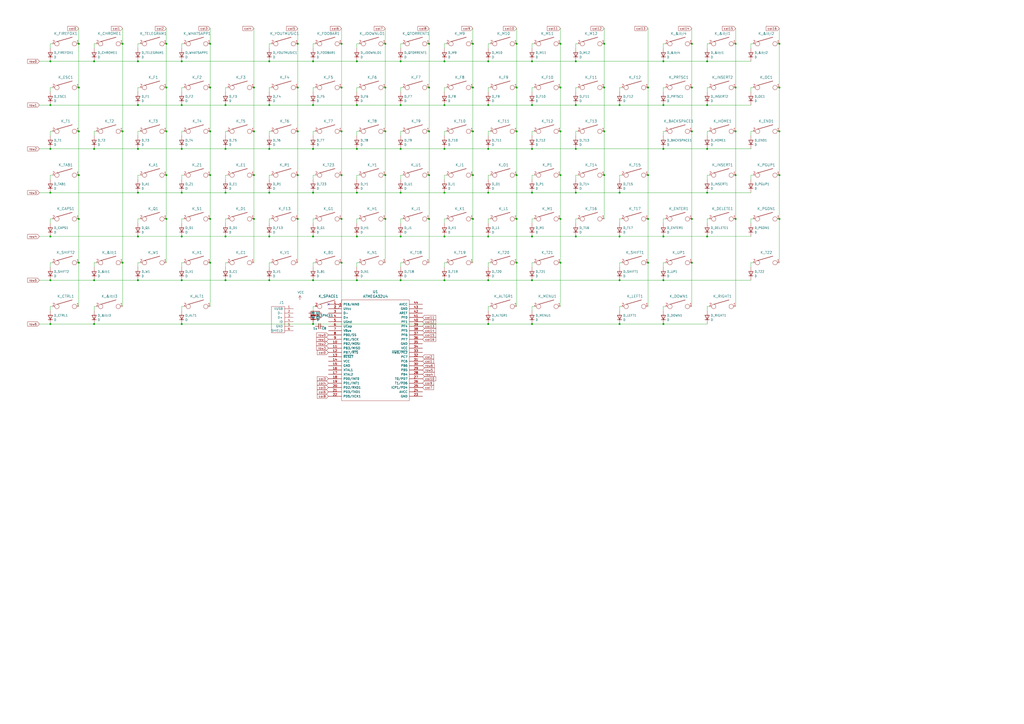
<source format=kicad_sch>
(kicad_sch (version 20230121) (generator eeschema)
  (paper "A2")
  (junction (at 156.21 86.36))
  (junction (at 283.21 60.96))
  (junction (at 105.41 35.56))
  (junction (at 401.32 152.4))
  (junction (at 401.32 50.8))
  (junction (at 80.01 86.36))
  (junction (at 375.92 50.8))
  (junction (at 299.72 76.2))
  (junction (at 308.61 162.56))
  (junction (at 156.21 137.16))
  (junction (at 181.61 35.56))
  (junction (at 325.12 76.2))
  (junction (at 45.72 50.8))
  (junction (at 181.61 111.76))
  (junction (at 105.41 137.16))
  (junction (at 207.01 86.36))
  (junction (at 384.81 60.96))
  (junction (at 80.01 60.96))
  (junction (at 54.61 187.96))
  (junction (at 232.41 60.96))
  (junction (at 105.41 162.56))
  (junction (at 198.12 50.8))
  (junction (at 80.01 35.56))
  (junction (at 198.12 101.6))
  (junction (at 299.72 101.6))
  (junction (at 232.41 162.56))
  (junction (at 401.32 127))
  (junction (at 375.92 127))
  (junction (at 401.32 76.2))
  (junction (at 384.81 137.16))
  (junction (at 130.81 60.96))
  (junction (at 45.72 25.4))
  (junction (at 274.32 76.2))
  (junction (at 257.81 111.76))
  (junction (at 207.01 162.56))
  (junction (at 257.81 162.56))
  (junction (at 207.01 111.76))
  (junction (at 426.72 25.4))
  (junction (at 384.81 35.56))
  (junction (at 172.72 76.2))
  (junction (at 248.92 101.6))
  (junction (at 29.21 137.16))
  (junction (at 147.32 127))
  (junction (at 71.12 76.2))
  (junction (at 181.61 137.16))
  (junction (at 426.72 50.8))
  (junction (at 232.41 86.36))
  (junction (at 452.12 76.2))
  (junction (at 156.21 60.96))
  (junction (at 121.92 50.8))
  (junction (at 283.21 111.76))
  (junction (at 96.52 25.4))
  (junction (at 96.52 101.6))
  (junction (at 384.81 187.96))
  (junction (at 207.01 137.16))
  (junction (at 207.01 35.56))
  (junction (at 426.72 101.6))
  (junction (at 54.61 162.56))
  (junction (at 283.21 187.96))
  (junction (at 248.92 76.2))
  (junction (at 198.12 127))
  (junction (at 248.92 127))
  (junction (at 248.92 25.4))
  (junction (at 45.72 152.4))
  (junction (at 299.72 152.4))
  (junction (at 410.21 111.76))
  (junction (at 147.32 101.6))
  (junction (at 274.32 25.4))
  (junction (at 299.72 50.8))
  (junction (at 308.61 35.56))
  (junction (at 181.61 86.36))
  (junction (at 181.61 187.96))
  (junction (at 299.72 25.4))
  (junction (at 147.32 50.8))
  (junction (at 105.41 60.96))
  (junction (at 283.21 137.16))
  (junction (at 257.81 86.36))
  (junction (at 384.81 86.36))
  (junction (at 257.81 35.56))
  (junction (at 121.92 76.2))
  (junction (at 325.12 127))
  (junction (at 172.72 50.8))
  (junction (at 350.52 25.4))
  (junction (at 45.72 101.6))
  (junction (at 334.01 60.96))
  (junction (at 156.21 162.56))
  (junction (at 29.21 35.56))
  (junction (at 325.12 25.4))
  (junction (at 181.61 60.96))
  (junction (at 130.81 86.36))
  (junction (at 375.92 101.6))
  (junction (at 172.72 25.4))
  (junction (at 121.92 127))
  (junction (at 334.01 35.56))
  (junction (at 410.21 86.36))
  (junction (at 325.12 101.6))
  (junction (at 172.72 101.6))
  (junction (at 147.32 76.2))
  (junction (at 29.21 111.76))
  (junction (at 426.72 127))
  (junction (at 350.52 50.8))
  (junction (at 223.52 101.6))
  (junction (at 308.61 187.96))
  (junction (at 452.12 25.4))
  (junction (at 29.21 60.96))
  (junction (at 375.92 152.4))
  (junction (at 96.52 127))
  (junction (at 80.01 162.56))
  (junction (at 401.32 25.4))
  (junction (at 308.61 137.16))
  (junction (at 334.01 111.76))
  (junction (at 359.41 111.76))
  (junction (at 105.41 111.76))
  (junction (at 121.92 152.4))
  (junction (at 198.12 25.4))
  (junction (at 274.32 101.6))
  (junction (at 156.21 35.56))
  (junction (at 308.61 86.36))
  (junction (at 359.41 60.96))
  (junction (at 130.81 137.16))
  (junction (at 325.12 50.8))
  (junction (at 54.61 35.56))
  (junction (at 452.12 101.6))
  (junction (at 223.52 76.2))
  (junction (at 257.81 60.96))
  (junction (at 172.72 127))
  (junction (at 121.92 25.4))
  (junction (at 257.81 137.16))
  (junction (at 96.52 50.8))
  (junction (at 350.52 76.2))
  (junction (at 181.61 162.56))
  (junction (at 223.52 127))
  (junction (at 54.61 86.36))
  (junction (at 105.41 187.96))
  (junction (at 452.12 50.8))
  (junction (at 410.21 137.16))
  (junction (at 223.52 50.8))
  (junction (at 29.21 86.36))
  (junction (at 207.01 60.96))
  (junction (at 105.41 86.36))
  (junction (at 232.41 137.16))
  (junction (at 308.61 111.76))
  (junction (at 359.41 187.96))
  (junction (at 334.01 86.36))
  (junction (at 45.72 76.2))
  (junction (at 283.21 162.56))
  (junction (at 308.61 60.96))
  (junction (at 426.72 76.2))
  (junction (at 410.21 60.96))
  (junction (at 359.41 137.16))
  (junction (at 80.01 137.16))
  (junction (at 299.72 127))
  (junction (at 283.21 86.36))
  (junction (at 130.81 162.56))
  (junction (at 121.92 101.6))
  (junction (at 198.12 152.4))
  (junction (at 80.01 111.76))
  (junction (at 71.12 25.4))
  (junction (at 410.21 35.56))
  (junction (at 325.12 152.4))
  (junction (at 198.12 76.2))
  (junction (at 384.81 162.56))
  (junction (at 232.41 111.76))
  (junction (at 232.41 35.56))
  (junction (at 350.52 101.6))
  (junction (at 45.72 127))
  (junction (at 29.21 162.56))
  (junction (at 96.52 76.2))
  (junction (at 223.52 25.4))
  (junction (at 248.92 50.8))
  (junction (at 452.12 127))
  (junction (at 334.01 137.16))
  (junction (at 71.12 152.4))
  (junction (at 274.32 127))
  (junction (at 274.32 50.8))
  (junction (at 359.41 162.56))
  (junction (at 130.81 111.76))
  (junction (at 29.21 187.96))
  (junction (at 283.21 35.56))
  (junction (at 156.21 111.76))
  (no_connect (at 190.5 176.53))
  (wire (pts (xy 30.48 152.4) (xy 29.21 152.4)))
  (wire (pts (xy 55.88 76.2) (xy 54.61 76.2)))
  (wire (pts (xy 308.61 35.56) (xy 334.01 35.56)))
  (wire (pts (xy 181.61 111.76) (xy 207.01 111.76)))
  (wire (pts (xy 309.88 76.2) (xy 308.61 76.2)))
  (wire (pts (xy 45.72 177.8) (xy 45.72 152.4)))
  (wire (pts (xy 156.21 60.96) (xy 181.61 60.96)))
  (wire (pts (xy 156.21 137.16) (xy 181.61 137.16)))
  (wire (pts (xy 132.08 50.8) (xy 130.81 50.8)))
  (wire (pts (xy 105.41 177.8) (xy 105.41 180.34)))
  (wire (pts (xy 308.61 86.36) (xy 334.01 86.36)))
  (wire (pts (xy 198.12 152.4) (xy 198.12 127)))
  (wire (pts (xy 208.28 152.4) (xy 207.01 152.4)))
  (wire (pts (xy 452.12 16.51) (xy 452.12 25.4)))
  (wire (pts (xy 54.61 25.4) (xy 54.61 27.94)))
  (wire (pts (xy 284.48 127) (xy 283.21 127)))
  (wire (pts (xy 248.92 101.6) (xy 248.92 76.2)))
  (wire (pts (xy 45.72 152.4) (xy 45.72 127)))
  (wire (pts (xy 54.61 177.8) (xy 54.61 180.34)))
  (wire (pts (xy 182.88 76.2) (xy 181.61 76.2)))
  (wire (pts (xy 335.28 50.8) (xy 334.01 50.8)))
  (wire (pts (xy 308.61 137.16) (xy 334.01 137.16)))
  (wire (pts (xy 172.72 152.4) (xy 172.72 127)))
  (wire (pts (xy 284.48 101.6) (xy 283.21 101.6)))
  (wire (pts (xy 283.21 86.36) (xy 308.61 86.36)))
  (wire (pts (xy 359.41 137.16) (xy 384.81 137.16)))
  (wire (pts (xy 96.52 101.6) (xy 96.52 76.2)))
  (wire (pts (xy 106.68 152.4) (xy 105.41 152.4)))
  (wire (pts (xy 299.72 50.8) (xy 299.72 25.4)))
  (wire (pts (xy 232.41 101.6) (xy 232.41 104.14)))
  (wire (pts (xy 350.52 127) (xy 350.52 101.6)))
  (wire (pts (xy 308.61 76.2) (xy 308.61 78.74)))
  (wire (pts (xy 410.21 137.16) (xy 435.61 137.16)))
  (wire (pts (xy 335.28 25.4) (xy 334.01 25.4)))
  (wire (pts (xy 106.68 25.4) (xy 105.41 25.4)))
  (wire (pts (xy 54.61 35.56) (xy 80.01 35.56)))
  (wire (pts (xy 259.08 152.4) (xy 257.81 152.4)))
  (wire (pts (xy 375.92 101.6) (xy 375.92 50.8)))
  (wire (pts (xy 105.41 162.56) (xy 130.81 162.56)))
  (wire (pts (xy 259.08 101.6) (xy 257.81 101.6)))
  (wire (pts (xy 233.68 101.6) (xy 232.41 101.6)))
  (wire (pts (xy 181.61 101.6) (xy 181.61 104.14)))
  (wire (pts (xy 207.01 152.4) (xy 207.01 154.94)))
  (wire (pts (xy 29.21 137.16) (xy 80.01 137.16)))
  (wire (pts (xy 299.72 152.4) (xy 299.72 127)))
  (wire (pts (xy 384.81 86.36) (xy 410.21 86.36)))
  (wire (pts (xy 54.61 162.56) (xy 80.01 162.56)))
  (wire (pts (xy 29.21 76.2) (xy 29.21 78.74)))
  (wire (pts (xy 274.32 50.8) (xy 274.32 25.4)))
  (wire (pts (xy 54.61 152.4) (xy 54.61 154.94)))
  (wire (pts (xy 411.48 25.4) (xy 410.21 25.4)))
  (wire (pts (xy 452.12 127) (xy 452.12 101.6)))
  (wire (pts (xy 299.72 76.2) (xy 299.72 50.8)))
  (wire (pts (xy 130.81 162.56) (xy 156.21 162.56)))
  (wire (pts (xy 232.41 127) (xy 232.41 129.54)))
  (wire (pts (xy 411.48 127) (xy 410.21 127)))
  (wire (pts (xy 435.61 25.4) (xy 435.61 27.94)))
  (wire (pts (xy 156.21 101.6) (xy 156.21 104.14)))
  (wire (pts (xy 375.92 177.8) (xy 375.92 152.4)))
  (wire (pts (xy 308.61 50.8) (xy 308.61 53.34)))
  (wire (pts (xy 81.28 50.8) (xy 80.01 50.8)))
  (wire (pts (xy 232.41 25.4) (xy 232.41 27.94)))
  (wire (pts (xy 274.32 16.51) (xy 274.32 25.4)))
  (wire (pts (xy 232.41 76.2) (xy 232.41 78.74)))
  (wire (pts (xy 156.21 127) (xy 156.21 129.54)))
  (wire (pts (xy 334.01 35.56) (xy 384.81 35.56)))
  (wire (pts (xy 81.28 25.4) (xy 80.01 25.4)))
  (wire (pts (xy 308.61 162.56) (xy 359.41 162.56)))
  (wire (pts (xy 435.61 50.8) (xy 435.61 53.34)))
  (wire (pts (xy 198.12 101.6) (xy 198.12 76.2)))
  (wire (pts (xy 105.41 152.4) (xy 105.41 154.94)))
  (wire (pts (xy 81.28 152.4) (xy 80.01 152.4)))
  (wire (pts (xy 105.41 127) (xy 105.41 129.54)))
  (wire (pts (xy 360.68 101.6) (xy 359.41 101.6)))
  (wire (pts (xy 156.21 76.2) (xy 156.21 78.74)))
  (wire (pts (xy 283.21 101.6) (xy 283.21 104.14)))
  (wire (pts (xy 181.61 50.8) (xy 181.61 53.34)))
  (wire (pts (xy 207.01 50.8) (xy 207.01 53.34)))
  (wire (pts (xy 257.81 162.56) (xy 283.21 162.56)))
  (wire (pts (xy 80.01 60.96) (xy 105.41 60.96)))
  (wire (pts (xy 384.81 137.16) (xy 410.21 137.16)))
  (wire (pts (xy 257.81 76.2) (xy 257.81 78.74)))
  (wire (pts (xy 198.12 16.51) (xy 198.12 25.4)))
  (wire (pts (xy 71.12 152.4) (xy 71.12 76.2)))
  (wire (pts (xy 257.81 50.8) (xy 257.81 53.34)))
  (wire (pts (xy 198.12 177.8) (xy 198.12 152.4)))
  (wire (pts (xy 335.28 127) (xy 334.01 127)))
  (wire (pts (xy 80.01 162.56) (xy 105.41 162.56)))
  (wire (pts (xy 401.32 177.8) (xy 401.32 152.4)))
  (wire (pts (xy 436.88 152.4) (xy 435.61 152.4)))
  (wire (pts (xy 426.72 76.2) (xy 426.72 50.8)))
  (wire (pts (xy 156.21 35.56) (xy 181.61 35.56)))
  (wire (pts (xy 435.61 152.4) (xy 435.61 154.94)))
  (wire (pts (xy 426.72 177.8) (xy 426.72 127)))
  (wire (pts (xy 22.86 86.36) (xy 29.21 86.36)))
  (wire (pts (xy 426.72 127) (xy 426.72 101.6)))
  (wire (pts (xy 359.41 127) (xy 359.41 129.54)))
  (wire (pts (xy 121.92 152.4) (xy 121.92 127)))
  (wire (pts (xy 308.61 177.8) (xy 308.61 180.34)))
  (wire (pts (xy 207.01 60.96) (xy 232.41 60.96)))
  (wire (pts (xy 207.01 162.56) (xy 232.41 162.56)))
  (wire (pts (xy 156.21 50.8) (xy 156.21 53.34)))
  (wire (pts (xy 181.61 35.56) (xy 207.01 35.56)))
  (wire (pts (xy 29.21 177.8) (xy 29.21 180.34)))
  (wire (pts (xy 257.81 25.4) (xy 257.81 27.94)))
  (wire (pts (xy 360.68 177.8) (xy 359.41 177.8)))
  (wire (pts (xy 309.88 25.4) (xy 308.61 25.4)))
  (wire (pts (xy 232.41 50.8) (xy 232.41 53.34)))
  (wire (pts (xy 223.52 101.6) (xy 223.52 76.2)))
  (wire (pts (xy 81.28 127) (xy 80.01 127)))
  (wire (pts (xy 299.72 16.51) (xy 299.72 25.4)))
  (wire (pts (xy 132.08 76.2) (xy 130.81 76.2)))
  (wire (pts (xy 452.12 76.2) (xy 452.12 50.8)))
  (wire (pts (xy 325.12 16.51) (xy 325.12 25.4)))
  (wire (pts (xy 172.72 127) (xy 172.72 101.6)))
  (wire (pts (xy 157.48 76.2) (xy 156.21 76.2)))
  (wire (pts (xy 334.01 25.4) (xy 334.01 27.94)))
  (wire (pts (xy 426.72 101.6) (xy 426.72 76.2)))
  (wire (pts (xy 350.52 101.6) (xy 350.52 76.2)))
  (wire (pts (xy 283.21 187.96) (xy 308.61 187.96)))
  (wire (pts (xy 283.21 76.2) (xy 283.21 78.74)))
  (wire (pts (xy 55.88 25.4) (xy 54.61 25.4)))
  (wire (pts (xy 386.08 76.2) (xy 384.81 76.2)))
  (wire (pts (xy 156.21 162.56) (xy 181.61 162.56)))
  (wire (pts (xy 181.61 152.4) (xy 181.61 154.94)))
  (wire (pts (xy 22.86 137.16) (xy 29.21 137.16)))
  (wire (pts (xy 45.72 76.2) (xy 45.72 50.8)))
  (wire (pts (xy 426.72 50.8) (xy 426.72 25.4)))
  (wire (pts (xy 309.88 50.8) (xy 308.61 50.8)))
  (wire (pts (xy 30.48 76.2) (xy 29.21 76.2)))
  (wire (pts (xy 410.21 177.8) (xy 410.21 180.34)))
  (wire (pts (xy 29.21 187.96) (xy 54.61 187.96)))
  (wire (pts (xy 105.41 111.76) (xy 130.81 111.76)))
  (wire (pts (xy 130.81 50.8) (xy 130.81 53.34)))
  (wire (pts (xy 130.81 101.6) (xy 130.81 104.14)))
  (wire (pts (xy 157.48 50.8) (xy 156.21 50.8)))
  (wire (pts (xy 29.21 101.6) (xy 29.21 104.14)))
  (wire (pts (xy 132.08 101.6) (xy 130.81 101.6)))
  (wire (pts (xy 375.92 16.51) (xy 375.92 50.8)))
  (wire (pts (xy 80.01 76.2) (xy 80.01 78.74)))
  (wire (pts (xy 208.28 50.8) (xy 207.01 50.8)))
  (wire (pts (xy 410.21 60.96) (xy 435.61 60.96)))
  (wire (pts (xy 283.21 25.4) (xy 283.21 27.94)))
  (wire (pts (xy 259.08 25.4) (xy 257.81 25.4)))
  (wire (pts (xy 248.92 127) (xy 248.92 101.6)))
  (wire (pts (xy 182.88 152.4) (xy 181.61 152.4)))
  (wire (pts (xy 45.72 16.51) (xy 45.72 25.4)))
  (wire (pts (xy 29.21 111.76) (xy 80.01 111.76)))
  (wire (pts (xy 452.12 101.6) (xy 452.12 76.2)))
  (wire (pts (xy 232.41 60.96) (xy 257.81 60.96)))
  (wire (pts (xy 223.52 50.8) (xy 223.52 25.4)))
  (wire (pts (xy 384.81 50.8) (xy 384.81 53.34)))
  (wire (pts (xy 248.92 16.51) (xy 248.92 25.4)))
  (wire (pts (xy 384.81 35.56) (xy 410.21 35.56)))
  (wire (pts (xy 71.12 177.8) (xy 71.12 152.4)))
  (wire (pts (xy 359.41 60.96) (xy 384.81 60.96)))
  (wire (pts (xy 334.01 137.16) (xy 359.41 137.16)))
  (wire (pts (xy 384.81 162.56) (xy 435.61 162.56)))
  (wire (pts (xy 283.21 60.96) (xy 308.61 60.96)))
  (wire (pts (xy 105.41 137.16) (xy 130.81 137.16)))
  (wire (pts (xy 130.81 127) (xy 130.81 129.54)))
  (wire (pts (xy 257.81 127) (xy 257.81 129.54)))
  (wire (pts (xy 223.52 127) (xy 223.52 101.6)))
  (wire (pts (xy 274.32 152.4) (xy 274.32 127)))
  (wire (pts (xy 121.92 76.2) (xy 121.92 50.8)))
  (wire (pts (xy 223.52 16.51) (xy 223.52 25.4)))
  (wire (pts (xy 80.01 137.16) (xy 105.41 137.16)))
  (wire (pts (xy 29.21 152.4) (xy 29.21 154.94)))
  (wire (pts (xy 233.68 127) (xy 232.41 127)))
  (wire (pts (xy 232.41 35.56) (xy 257.81 35.56)))
  (wire (pts (xy 384.81 127) (xy 384.81 129.54)))
  (wire (pts (xy 198.12 50.8) (xy 198.12 25.4)))
  (wire (pts (xy 182.88 127) (xy 181.61 127)))
  (wire (pts (xy 132.08 127) (xy 130.81 127)))
  (wire (pts (xy 96.52 16.51) (xy 96.52 25.4)))
  (wire (pts (xy 105.41 25.4) (xy 105.41 27.94)))
  (wire (pts (xy 55.88 177.8) (xy 54.61 177.8)))
  (wire (pts (xy 105.41 60.96) (xy 130.81 60.96)))
  (wire (pts (xy 386.08 50.8) (xy 384.81 50.8)))
  (wire (pts (xy 207.01 76.2) (xy 207.01 78.74)))
  (wire (pts (xy 121.92 127) (xy 121.92 101.6)))
  (wire (pts (xy 410.21 50.8) (xy 410.21 53.34)))
  (wire (pts (xy 384.81 60.96) (xy 410.21 60.96)))
  (wire (pts (xy 105.41 50.8) (xy 105.41 53.34)))
  (wire (pts (xy 274.32 76.2) (xy 274.32 50.8)))
  (wire (pts (xy 198.12 127) (xy 198.12 101.6)))
  (wire (pts (xy 96.52 152.4) (xy 96.52 127)))
  (wire (pts (xy 411.48 177.8) (xy 410.21 177.8)))
  (wire (pts (xy 208.28 127) (xy 207.01 127)))
  (wire (pts (xy 29.21 35.56) (xy 54.61 35.56)))
  (wire (pts (xy 30.48 101.6) (xy 29.21 101.6)))
  (wire (pts (xy 410.21 25.4) (xy 410.21 27.94)))
  (wire (pts (xy 360.68 127) (xy 359.41 127)))
  (wire (pts (xy 181.61 76.2) (xy 181.61 78.74)))
  (wire (pts (xy 325.12 76.2) (xy 325.12 50.8)))
  (wire (pts (xy 426.72 16.51) (xy 426.72 25.4)))
  (wire (pts (xy 181.61 162.56) (xy 207.01 162.56)))
  (wire (pts (xy 45.72 50.8) (xy 45.72 25.4)))
  (wire (pts (xy 182.88 101.6) (xy 181.61 101.6)))
  (wire (pts (xy 410.21 76.2) (xy 410.21 78.74)))
  (wire (pts (xy 411.48 101.6) (xy 410.21 101.6)))
  (wire (pts (xy 182.88 50.8) (xy 181.61 50.8)))
  (wire (pts (xy 410.21 35.56) (xy 435.61 35.56)))
  (wire (pts (xy 325.12 127) (xy 325.12 101.6)))
  (wire (pts (xy 207.01 25.4) (xy 207.01 27.94)))
  (wire (pts (xy 435.61 76.2) (xy 435.61 78.74)))
  (wire (pts (xy 359.41 152.4) (xy 359.41 154.94)))
  (wire (pts (xy 80.01 152.4) (xy 80.01 154.94)))
  (wire (pts (xy 284.48 177.8) (xy 283.21 177.8)))
  (wire (pts (xy 436.88 50.8) (xy 435.61 50.8)))
  (wire (pts (xy 106.68 50.8) (xy 105.41 50.8)))
  (wire (pts (xy 106.68 127) (xy 105.41 127)))
  (wire (pts (xy 29.21 162.56) (xy 54.61 162.56)))
  (wire (pts (xy 106.68 76.2) (xy 105.41 76.2)))
  (wire (pts (xy 29.21 25.4) (xy 29.21 27.94)))
  (wire (pts (xy 181.61 25.4) (xy 181.61 27.94)))
  (wire (pts (xy 335.28 101.6) (xy 334.01 101.6)))
  (wire (pts (xy 208.28 76.2) (xy 207.01 76.2)))
  (wire (pts (xy 157.48 25.4) (xy 156.21 25.4)))
  (wire (pts (xy 81.28 101.6) (xy 80.01 101.6)))
  (wire (pts (xy 232.41 111.76) (xy 257.81 111.76)))
  (wire (pts (xy 208.28 25.4) (xy 207.01 25.4)))
  (wire (pts (xy 71.12 76.2) (xy 71.12 25.4)))
  (wire (pts (xy 54.61 76.2) (xy 54.61 78.74)))
  (wire (pts (xy 299.72 101.6) (xy 299.72 76.2)))
  (wire (pts (xy 436.88 127) (xy 435.61 127)))
  (wire (pts (xy 335.28 76.2) (xy 334.01 76.2)))
  (wire (pts (xy 309.88 152.4) (xy 308.61 152.4)))
  (wire (pts (xy 121.92 50.8) (xy 121.92 25.4)))
  (wire (pts (xy 96.52 50.8) (xy 96.52 25.4)))
  (wire (pts (xy 410.21 86.36) (xy 435.61 86.36)))
  (wire (pts (xy 22.86 162.56) (xy 29.21 162.56)))
  (wire (pts (xy 384.81 187.96) (xy 410.21 187.96)))
  (wire (pts (xy 248.92 50.8) (xy 248.92 25.4)))
  (wire (pts (xy 232.41 152.4) (xy 232.41 154.94)))
  (wire (pts (xy 80.01 111.76) (xy 105.41 111.76)))
  (wire (pts (xy 259.08 50.8) (xy 257.81 50.8)))
  (wire (pts (xy 334.01 86.36) (xy 384.81 86.36)))
  (wire (pts (xy 360.68 50.8) (xy 359.41 50.8)))
  (wire (pts (xy 386.08 152.4) (xy 384.81 152.4)))
  (wire (pts (xy 181.61 60.96) (xy 207.01 60.96)))
  (wire (pts (xy 283.21 50.8) (xy 283.21 53.34)))
  (wire (pts (xy 105.41 35.56) (xy 156.21 35.56)))
  (wire (pts (xy 257.81 137.16) (xy 283.21 137.16)))
  (wire (pts (xy 132.08 152.4) (xy 130.81 152.4)))
  (wire (pts (xy 233.68 25.4) (xy 232.41 25.4)))
  (wire (pts (xy 257.81 101.6) (xy 257.81 104.14)))
  (wire (pts (xy 359.41 111.76) (xy 410.21 111.76)))
  (wire (pts (xy 106.68 177.8) (xy 105.41 177.8)))
  (wire (pts (xy 172.72 76.2) (xy 172.72 50.8)))
  (wire (pts (xy 308.61 101.6) (xy 308.61 104.14)))
  (wire (pts (xy 81.28 76.2) (xy 80.01 76.2)))
  (wire (pts (xy 375.92 152.4) (xy 375.92 127)))
  (wire (pts (xy 384.81 25.4) (xy 384.81 27.94)))
  (wire (pts (xy 350.52 50.8) (xy 350.52 25.4)))
  (wire (pts (xy 156.21 111.76) (xy 181.61 111.76)))
  (wire (pts (xy 105.41 187.96) (xy 181.61 187.96)))
  (wire (pts (xy 410.21 127) (xy 410.21 129.54)))
  (wire (pts (xy 308.61 60.96) (xy 334.01 60.96)))
  (wire (pts (xy 30.48 177.8) (xy 29.21 177.8)))
  (wire (pts (xy 359.41 101.6) (xy 359.41 104.14)))
  (wire (pts (xy 274.32 127) (xy 274.32 101.6)))
  (wire (pts (xy 80.01 35.56) (xy 105.41 35.56)))
  (wire (pts (xy 232.41 86.36) (xy 257.81 86.36)))
  (wire (pts (xy 283.21 127) (xy 283.21 129.54)))
  (wire (pts (xy 181.61 86.36) (xy 207.01 86.36)))
  (wire (pts (xy 157.48 101.6) (xy 156.21 101.6)))
  (wire (pts (xy 54.61 187.96) (xy 105.41 187.96)))
  (wire (pts (xy 284.48 50.8) (xy 283.21 50.8)))
  (wire (pts (xy 334.01 111.76) (xy 359.41 111.76)))
  (wire (pts (xy 45.72 127) (xy 45.72 101.6)))
  (wire (pts (xy 80.01 25.4) (xy 80.01 27.94)))
  (wire (pts (xy 284.48 25.4) (xy 283.21 25.4)))
  (wire (pts (xy 182.88 25.4) (xy 181.61 25.4)))
  (wire (pts (xy 156.21 25.4) (xy 156.21 27.94)))
  (wire (pts (xy 452.12 50.8) (xy 452.12 25.4)))
  (wire (pts (xy 29.21 50.8) (xy 29.21 53.34)))
  (wire (pts (xy 80.01 101.6) (xy 80.01 104.14)))
  (wire (pts (xy 359.41 50.8) (xy 359.41 53.34)))
  (wire (pts (xy 283.21 152.4) (xy 283.21 154.94)))
  (wire (pts (xy 410.21 111.76) (xy 435.61 111.76)))
  (wire (pts (xy 22.86 111.76) (xy 29.21 111.76)))
  (wire (pts (xy 207.01 86.36) (xy 232.41 86.36)))
  (wire (pts (xy 130.81 86.36) (xy 156.21 86.36)))
  (wire (pts (xy 147.32 101.6) (xy 147.32 76.2)))
  (wire (pts (xy 325.12 177.8) (xy 325.12 152.4)))
  (wire (pts (xy 435.61 127) (xy 435.61 129.54)))
  (wire (pts (xy 232.41 137.16) (xy 257.81 137.16)))
  (wire (pts (xy 105.41 101.6) (xy 105.41 104.14)))
  (wire (pts (xy 80.01 86.36) (xy 105.41 86.36)))
  (wire (pts (xy 130.81 137.16) (xy 156.21 137.16)))
  (wire (pts (xy 259.08 127) (xy 257.81 127)))
  (wire (pts (xy 45.72 101.6) (xy 45.72 76.2)))
  (wire (pts (xy 198.12 76.2) (xy 198.12 50.8)))
  (wire (pts (xy 401.32 16.51) (xy 401.32 25.4)))
  (wire (pts (xy 359.41 162.56) (xy 384.81 162.56)))
  (wire (pts (xy 435.61 101.6) (xy 435.61 104.14)))
  (wire (pts (xy 359.41 187.96) (xy 384.81 187.96)))
  (wire (pts (xy 181.61 177.8) (xy 181.61 180.34)))
  (wire (pts (xy 233.68 50.8) (xy 232.41 50.8)))
  (wire (pts (xy 334.01 60.96) (xy 359.41 60.96)))
  (wire (pts (xy 121.92 101.6) (xy 121.92 76.2)))
  (wire (pts (xy 54.61 86.36) (xy 80.01 86.36)))
  (wire (pts (xy 308.61 111.76) (xy 334.01 111.76)))
  (wire (pts (xy 147.32 127) (xy 147.32 101.6)))
  (wire (pts (xy 359.41 177.8) (xy 359.41 180.34)))
  (wire (pts (xy 283.21 35.56) (xy 308.61 35.56)))
  (wire (pts (xy 436.88 101.6) (xy 435.61 101.6)))
  (wire (pts (xy 130.81 152.4) (xy 130.81 154.94)))
  (wire (pts (xy 71.12 16.51) (xy 71.12 25.4)))
  (wire (pts (xy 30.48 25.4) (xy 29.21 25.4)))
  (wire (pts (xy 80.01 127) (xy 80.01 129.54)))
  (wire (pts (xy 274.32 101.6) (xy 274.32 76.2)))
  (wire (pts (xy 375.92 127) (xy 375.92 101.6)))
  (wire (pts (xy 411.48 76.2) (xy 410.21 76.2)))
  (wire (pts (xy 284.48 152.4) (xy 283.21 152.4)))
  (wire (pts (xy 130.81 111.76) (xy 156.21 111.76)))
  (wire (pts (xy 384.81 177.8) (xy 384.81 180.34)))
  (wire (pts (xy 207.01 137.16) (xy 232.41 137.16)))
  (wire (pts (xy 257.81 152.4) (xy 257.81 154.94)))
  (wire (pts (xy 147.32 16.51) (xy 147.32 50.8)))
  (wire (pts (xy 308.61 127) (xy 308.61 129.54)))
  (wire (pts (xy 283.21 111.76) (xy 308.61 111.76)))
  (wire (pts (xy 223.52 76.2) (xy 223.52 50.8)))
  (wire (pts (xy 401.32 50.8) (xy 401.32 25.4)))
  (wire (pts (xy 156.21 86.36) (xy 181.61 86.36)))
  (wire (pts (xy 172.72 16.51) (xy 172.72 25.4)))
  (wire (pts (xy 181.61 127) (xy 181.61 129.54)))
  (wire (pts (xy 223.52 152.4) (xy 223.52 127)))
  (wire (pts (xy 55.88 152.4) (xy 54.61 152.4)))
  (wire (pts (xy 308.61 152.4) (xy 308.61 154.94)))
  (wire (pts (xy 232.41 162.56) (xy 257.81 162.56)))
  (wire (pts (xy 334.01 101.6) (xy 334.01 104.14)))
  (wire (pts (xy 436.88 76.2) (xy 435.61 76.2)))
  (wire (pts (xy 401.32 152.4) (xy 401.32 127)))
  (wire (pts (xy 452.12 152.4) (xy 452.12 127)))
  (wire (pts (xy 401.32 76.2) (xy 401.32 50.8)))
  (wire (pts (xy 105.41 76.2) (xy 105.41 78.74)))
  (wire (pts (xy 386.08 127) (xy 384.81 127)))
  (wire (pts (xy 334.01 76.2) (xy 334.01 78.74)))
  (wire (pts (xy 350.52 16.51) (xy 350.52 25.4)))
  (wire (pts (xy 147.32 76.2) (xy 147.32 50.8)))
  (wire (pts (xy 309.88 127) (xy 308.61 127)))
  (wire (pts (xy 257.81 86.36) (xy 283.21 86.36)))
  (wire (pts (xy 22.86 60.96) (xy 29.21 60.96)))
  (wire (pts (xy 156.21 152.4) (xy 156.21 154.94)))
  (wire (pts (xy 29.21 60.96) (xy 80.01 60.96)))
  (wire (pts (xy 386.08 177.8) (xy 384.81 177.8)))
  (wire (pts (xy 384.81 152.4) (xy 384.81 154.94)))
  (wire (pts (xy 410.21 101.6) (xy 410.21 104.14)))
  (wire (pts (xy 257.81 60.96) (xy 283.21 60.96)))
  (wire (pts (xy 309.88 177.8) (xy 308.61 177.8)))
  (wire (pts (xy 96.52 76.2) (xy 96.52 50.8)))
  (wire (pts (xy 259.08 76.2) (xy 257.81 76.2)))
  (wire (pts (xy 299.72 127) (xy 299.72 101.6)))
  (wire (pts (xy 360.68 152.4) (xy 359.41 152.4)))
  (wire (pts (xy 248.92 152.4) (xy 248.92 127)))
  (wire (pts (xy 284.48 76.2) (xy 283.21 76.2)))
  (wire (pts (xy 207.01 35.56) (xy 232.41 35.56)))
  (wire (pts (xy 121.92 177.8) (xy 121.92 152.4)))
  (wire (pts (xy 106.68 101.6) (xy 105.41 101.6)))
  (wire (pts (xy 105.41 86.36) (xy 130.81 86.36)))
  (wire (pts (xy 30.48 127) (xy 29.21 127)))
  (wire (pts (xy 207.01 101.6) (xy 207.01 104.14)))
  (wire (pts (xy 182.88 177.8) (xy 181.61 177.8)))
  (wire (pts (xy 130.81 76.2) (xy 130.81 78.74)))
  (wire (pts (xy 157.48 152.4) (xy 156.21 152.4)))
  (wire (pts (xy 22.86 35.56) (xy 29.21 35.56)))
  (wire (pts (xy 401.32 127) (xy 401.32 76.2)))
  (wire (pts (xy 181.61 187.96) (xy 283.21 187.96)))
  (wire (pts (xy 350.52 76.2) (xy 350.52 50.8)))
  (wire (pts (xy 233.68 152.4) (xy 232.41 152.4)))
  (wire (pts (xy 283.21 137.16) (xy 308.61 137.16)))
  (wire (pts (xy 172.72 101.6) (xy 172.72 76.2)))
  (wire (pts (xy 130.81 60.96) (xy 156.21 60.96)))
  (wire (pts (xy 207.01 127) (xy 207.01 129.54)))
  (wire (pts (xy 325.12 50.8) (xy 325.12 25.4)))
  (wire (pts (xy 80.01 50.8) (xy 80.01 53.34)))
  (wire (pts (xy 257.81 35.56) (xy 283.21 35.56)))
  (wire (pts (xy 309.88 101.6) (xy 308.61 101.6)))
  (wire (pts (xy 121.92 16.51) (xy 121.92 25.4)))
  (wire (pts (xy 208.28 101.6) (xy 207.01 101.6)))
  (wire (pts (xy 334.01 50.8) (xy 334.01 53.34)))
  (wire (pts (xy 283.21 177.8) (xy 283.21 180.34)))
  (wire (pts (xy 30.48 50.8) (xy 29.21 50.8)))
  (wire (pts (xy 308.61 25.4) (xy 308.61 27.94)))
  (wire (pts (xy 248.92 76.2) (xy 248.92 50.8)))
  (wire (pts (xy 157.48 127) (xy 156.21 127)))
  (wire (pts (xy 233.68 76.2) (xy 232.41 76.2)))
  (wire (pts (xy 325.12 152.4) (xy 325.12 127)))
  (wire (pts (xy 299.72 177.8) (xy 299.72 152.4)))
  (wire (pts (xy 29.21 127) (xy 29.21 129.54)))
  (wire (pts (xy 283.21 162.56) (xy 308.61 162.56)))
  (wire (pts (xy 308.61 187.96) (xy 359.41 187.96)))
  (wire (pts (xy 384.81 76.2) (xy 384.81 78.74)))
  (wire (pts (xy 22.86 187.96) (xy 29.21 187.96)))
  (wire (pts (xy 334.01 127) (xy 334.01 129.54)))
  (wire (pts (xy 411.48 50.8) (xy 410.21 50.8)))
  (wire (pts (xy 181.61 137.16) (xy 207.01 137.16)))
  (wire (pts (xy 29.21 86.36) (xy 54.61 86.36)))
  (wire (pts (xy 147.32 152.4) (xy 147.32 127)))
  (wire (pts (xy 436.88 25.4) (xy 435.61 25.4)))
  (wire (pts (xy 207.01 111.76) (xy 232.41 111.76)))
  (wire (pts (xy 386.08 25.4) (xy 384.81 25.4)))
  (wire (pts (xy 257.81 111.76) (xy 283.21 111.76)))
  (wire (pts (xy 325.12 101.6) (xy 325.12 76.2)))
  (wire (pts (xy 96.52 127) (xy 96.52 101.6)))
  (wire (pts (xy 172.72 50.8) (xy 172.72 25.4)))
  (global_label "col5" (shape input) (at 190.5 224.79 180) (property "Intersheetrefs" "${INTERSHEET_REFS}" (effects hide)))
  (global_label "row4" (shape input) (at 22.86 137.16 180) (property "Intersheetrefs" "${INTERSHEET_REFS}" (effects hide)))
  (global_label "col13" (shape input) (at 375.92 16.51 180) (property "Intersheetrefs" "${INTERSHEET_REFS}" (effects hide)))
  (global_label "row0" (shape input) (at 190.5 194.31 180) (property "Intersheetrefs" "${INTERSHEET_REFS}" (effects hide)))
  (global_label "col9" (shape input) (at 245.11 222.25 0) (property "Intersheetrefs" "${INTERSHEET_REFS}" (effects hide)))
  (global_label "col3" (shape input) (at 121.92 16.51 180) (property "Intersheetrefs" "${INTERSHEET_REFS}" (effects hide)))
  (global_label "col9" (shape input) (at 274.32 16.51 180) (property "Intersheetrefs" "${INTERSHEET_REFS}" (effects hide)))
  (global_label "row2" (shape input) (at 190.5 199.39 180) (property "Intersheetrefs" "${INTERSHEET_REFS}" (effects hide)))
  (global_label "col10" (shape input) (at 299.72 16.51 180) (property "Intersheetrefs" "${INTERSHEET_REFS}" (effects hide)))
  (global_label "row3" (shape input) (at 22.86 111.76 180) (property "Intersheetrefs" "${INTERSHEET_REFS}" (effects hide)))
  (global_label "col1" (shape input) (at 71.12 16.51 180) (property "Intersheetrefs" "${INTERSHEET_REFS}" (effects hide)))
  (global_label "col7" (shape input) (at 223.52 16.51 180) (property "Intersheetrefs" "${INTERSHEET_REFS}" (effects hide)))
  (global_label "col10" (shape input) (at 245.11 219.71 0) (property "Intersheetrefs" "${INTERSHEET_REFS}" (effects hide)))
  (global_label "col13" (shape input) (at 245.11 189.23 0) (property "Intersheetrefs" "${INTERSHEET_REFS}" (effects hide)))
  (global_label "row1" (shape input) (at 190.5 196.85 180) (property "Intersheetrefs" "${INTERSHEET_REFS}" (effects hide)))
  (global_label "row5" (shape input) (at 22.86 162.56 180) (property "Intersheetrefs" "${INTERSHEET_REFS}" (effects hide)))
  (global_label "col12" (shape input) (at 245.11 186.69 0) (property "Intersheetrefs" "${INTERSHEET_REFS}" (effects hide)))
  (global_label "col8" (shape input) (at 190.5 229.87 180) (property "Intersheetrefs" "${INTERSHEET_REFS}" (effects hide)))
  (global_label "col3" (shape input) (at 190.5 219.71 180) (property "Intersheetrefs" "${INTERSHEET_REFS}" (effects hide)))
  (global_label "row0" (shape input) (at 22.86 35.56 180) (property "Intersheetrefs" "${INTERSHEET_REFS}" (effects hide)))
  (global_label "col5" (shape input) (at 172.72 16.51 180) (property "Intersheetrefs" "${INTERSHEET_REFS}" (effects hide)))
  (global_label "col2" (shape input) (at 245.11 207.01 0) (property "Intersheetrefs" "${INTERSHEET_REFS}" (effects hide)))
  (global_label "row3" (shape input) (at 190.5 201.93 180) (property "Intersheetrefs" "${INTERSHEET_REFS}" (effects hide)))
  (global_label "col15" (shape input) (at 426.72 16.51 180) (property "Intersheetrefs" "${INTERSHEET_REFS}" (effects hide)))
  (global_label "col16" (shape input) (at 452.12 16.51 180) (property "Intersheetrefs" "${INTERSHEET_REFS}" (effects hide)))
  (global_label "col14" (shape input) (at 245.11 191.77 0) (property "Intersheetrefs" "${INTERSHEET_REFS}" (effects hide)))
  (global_label "col4" (shape input) (at 190.5 222.25 180) (property "Intersheetrefs" "${INTERSHEET_REFS}" (effects hide)))
  (global_label "row1" (shape input) (at 22.86 60.96 180) (property "Intersheetrefs" "${INTERSHEET_REFS}" (effects hide)))
  (global_label "col14" (shape input) (at 401.32 16.51 180) (property "Intersheetrefs" "${INTERSHEET_REFS}" (effects hide)))
  (global_label "row4" (shape input) (at 245.11 217.17 0) (property "Intersheetrefs" "${INTERSHEET_REFS}" (effects hide)))
  (global_label "col0" (shape input) (at 190.5 204.47 180) (property "Intersheetrefs" "${INTERSHEET_REFS}" (effects hide)))
  (global_label "col15" (shape input) (at 245.11 194.31 0) (property "Intersheetrefs" "${INTERSHEET_REFS}" (effects hide)))
  (global_label "col16" (shape input) (at 245.11 196.85 0) (property "Intersheetrefs" "${INTERSHEET_REFS}" (effects hide)))
  (global_label "col0" (shape input) (at 45.72 16.51 180) (property "Intersheetrefs" "${INTERSHEET_REFS}" (effects hide)))
  (global_label "col12" (shape input) (at 350.52 16.51 180) (property "Intersheetrefs" "${INTERSHEET_REFS}" (effects hide)))
  (global_label "col8" (shape input) (at 248.92 16.51 180) (property "Intersheetrefs" "${INTERSHEET_REFS}" (effects hide)))
  (global_label "col11" (shape input) (at 245.11 184.15 0) (property "Intersheetrefs" "${INTERSHEET_REFS}" (effects hide)))
  (global_label "col1" (shape input) (at 245.11 209.55 0) (property "Intersheetrefs" "${INTERSHEET_REFS}" (effects hide)))
  (global_label "col6" (shape input) (at 198.12 16.51 180) (property "Intersheetrefs" "${INTERSHEET_REFS}" (effects hide)))
  (global_label "col6" (shape input) (at 190.5 227.33 180) (property "Intersheetrefs" "${INTERSHEET_REFS}" (effects hide)))
  (global_label "row2" (shape input) (at 22.86 86.36 180) (property "Intersheetrefs" "${INTERSHEET_REFS}" (effects hide)))
  (global_label "col2" (shape input) (at 96.52 16.51 180) (property "Intersheetrefs" "${INTERSHEET_REFS}" (effects hide)))
  (global_label "col4" (shape input) (at 147.32 16.51 180) (property "Intersheetrefs" "${INTERSHEET_REFS}" (effects hide)))
  (global_label "col7" (shape input) (at 245.11 224.79 0) (property "Intersheetrefs" "${INTERSHEET_REFS}" (effects hide)))
  (global_label "row6" (shape input) (at 22.86 187.96 180) (property "Intersheetrefs" "${INTERSHEET_REFS}" (effects hide)))
  (global_label "col11" (shape input) (at 325.12 16.51 180) (property "Intersheetrefs" "${INTERSHEET_REFS}" (effects hide)))
  (global_label "row6" (shape input) (at 245.11 212.09 0) (property "Intersheetrefs" "${INTERSHEET_REFS}" (effects hide)))
  (global_label "row5" (shape input) (at 245.11 214.63 0) (property "Intersheetrefs" "${INTERSHEET_REFS}" (effects hide)))
  (symbol (lib_id "keyboard_parts:KEYSW") (at 38.1 25.4 0) (unit 1)
    (property "Reference" "K_FIREFOX1" (at 38.1 19.4818 0) (effects (font (size 1.524 1.524))))
    (property "Value" "KEYSW" (effects hide))
    (property "Footprint" "MX_Alps_Hybrid:MX-1U-NoLED" (effects hide))
  )
  (symbol (lib_id "Device:D") (at 54.61 31.75 90) (unit 1)
    (property "Reference" "D_CHROME1" (at 56.6166 30.5816 90) (effects (justify right)))
    (property "Value" "D" (at 56.6166 33.147 90) (effects (justify right)))
    (property "Footprint" "keyboard_parts:D_SOD123_axial" (effects hide))
  )
  (symbol (lib_id "keyboard_parts:KEYSW") (at 63.5 25.4 0) (unit 1)
    (property "Reference" "K_CHROME1" (at 63.5 19.4818 0) (effects (font (size 1.524 1.524))))
    (property "Value" "KEYSW" (effects hide))
    (property "Footprint" "MX_Alps_Hybrid:MX-1U-NoLED" (effects hide))
  )
  (symbol (lib_id "Device:D") (at 80.01 31.75 90) (unit 1)
    (property "Reference" "D_TELEGRAM1" (at 82.0166 30.5816 90) (effects (justify right)))
    (property "Value" "D" (at 82.0166 33.147 90) (effects (justify right)))
    (property "Footprint" "keyboard_parts:D_SOD123_axial" (effects hide))
  )
  (symbol (lib_id "keyboard_parts:KEYSW") (at 88.9 25.4 0) (unit 1)
    (property "Reference" "K_TELEGRAM1" (at 88.9 19.4818 0) (effects (font (size 1.524 1.524))))
    (property "Value" "KEYSW" (effects hide))
    (property "Footprint" "MX_Alps_Hybrid:MX-1U-NoLED" (effects hide))
  )
  (symbol (lib_id "Device:D") (at 105.41 31.75 90) (unit 1)
    (property "Reference" "D_WHATSAPP1" (at 107.4166 30.5816 90) (effects (justify right)))
    (property "Value" "D" (at 107.4166 33.147 90) (effects (justify right)))
    (property "Footprint" "keyboard_parts:D_SOD123_axial" (effects hide))
  )
  (symbol (lib_id "keyboard_parts:KEYSW") (at 114.3 25.4 0) (unit 1)
    (property "Reference" "K_WHATSAPP1" (at 114.3 19.4818 0) (effects (font (size 1.524 1.524))))
    (property "Value" "KEYSW" (effects hide))
    (property "Footprint" "MX_Alps_Hybrid:MX-1U-NoLED" (effects hide))
  )
  (symbol (lib_id "Device:D") (at 156.21 31.75 90) (unit 1)
    (property "Reference" "D_YOUTMUSIC1" (at 158.2166 30.5816 90) (effects (justify right)))
    (property "Value" "D" (at 158.2166 33.147 90) (effects (justify right)))
    (property "Footprint" "keyboard_parts:D_SOD123_axial" (effects hide))
  )
  (symbol (lib_id "keyboard_parts:KEYSW") (at 165.1 25.4 0) (unit 1)
    (property "Reference" "K_YOUTMUSIC1" (at 165.1 19.4818 0) (effects (font (size 1.524 1.524))))
    (property "Value" "KEYSW" (effects hide))
    (property "Footprint" "MX_Alps_Hybrid:MX-1U-NoLED" (effects hide))
  )
  (symbol (lib_id "Device:D") (at 181.61 31.75 90) (unit 1)
    (property "Reference" "D_FOOBAR1" (at 183.6166 30.5816 90) (effects (justify right)))
    (property "Value" "D" (at 183.6166 33.147 90) (effects (justify right)))
    (property "Footprint" "keyboard_parts:D_SOD123_axial" (effects hide))
  )
  (symbol (lib_id "keyboard_parts:KEYSW") (at 190.5 25.4 0) (unit 1)
    (property "Reference" "K_FOOBAR1" (at 190.5 19.4818 0) (effects (font (size 1.524 1.524))))
    (property "Value" "KEYSW" (effects hide))
    (property "Footprint" "MX_Alps_Hybrid:MX-1U-NoLED" (effects hide))
  )
  (symbol (lib_id "Device:D") (at 207.01 31.75 90) (unit 1)
    (property "Reference" "D_JDOWNLO1" (at 209.0166 30.5816 90) (effects (justify right)))
    (property "Value" "D" (at 209.0166 33.147 90) (effects (justify right)))
    (property "Footprint" "keyboard_parts:D_SOD123_axial" (effects hide))
  )
  (symbol (lib_id "keyboard_parts:KEYSW") (at 215.9 25.4 0) (unit 1)
    (property "Reference" "K_JDOWNLO1" (at 215.9 19.4818 0) (effects (font (size 1.524 1.524))))
    (property "Value" "KEYSW" (effects hide))
    (property "Footprint" "MX_Alps_Hybrid:MX-1U-NoLED" (effects hide))
  )
  (symbol (lib_id "Device:D") (at 232.41 31.75 90) (unit 1)
    (property "Reference" "D_QTORRENT1" (at 234.4166 30.5816 90) (effects (justify right)))
    (property "Value" "D" (at 234.4166 33.147 90) (effects (justify right)))
    (property "Footprint" "keyboard_parts:D_SOD123_axial" (effects hide))
  )
  (symbol (lib_id "keyboard_parts:KEYSW") (at 241.3 25.4 0) (unit 1)
    (property "Reference" "K_QTORRENT1" (at 241.3 19.4818 0) (effects (font (size 1.524 1.524))))
    (property "Value" "KEYSW" (effects hide))
    (property "Footprint" "MX_Alps_Hybrid:MX-1U-NoLED" (effects hide))
  )
  (symbol (lib_id "Device:D") (at 257.81 31.75 90) (unit 1)
    (property "Reference" "D_M9" (at 259.8166 30.5816 90) (effects (justify right)))
    (property "Value" "D" (at 259.8166 33.147 90) (effects (justify right)))
    (property "Footprint" "keyboard_parts:D_SOD123_axial" (effects hide))
  )
  (symbol (lib_id "keyboard_parts:KEYSW") (at 266.7 25.4 0) (unit 1)
    (property "Reference" "K_M9" (at 266.7 19.4818 0) (effects (font (size 1.524 1.524))))
    (property "Value" "KEYSW" (effects hide))
    (property "Footprint" "MX_Alps_Hybrid:MX-1U-NoLED" (effects hide))
  )
  (symbol (lib_id "Device:D") (at 283.21 31.75 90) (unit 1)
    (property "Reference" "D_M10" (at 285.2166 30.5816 90) (effects (justify right)))
    (property "Value" "D" (at 285.2166 33.147 90) (effects (justify right)))
    (property "Footprint" "keyboard_parts:D_SOD123_axial" (effects hide))
  )
  (symbol (lib_id "keyboard_parts:KEYSW") (at 292.1 25.4 0) (unit 1)
    (property "Reference" "K_M10" (at 292.1 19.4818 0) (effects (font (size 1.524 1.524))))
    (property "Value" "KEYSW" (effects hide))
    (property "Footprint" "MX_Alps_Hybrid:MX-1U-NoLED" (effects hide))
  )
  (symbol (lib_id "Device:D") (at 308.61 31.75 90) (unit 1)
    (property "Reference" "D_M11" (at 310.6166 30.5816 90) (effects (justify right)))
    (property "Value" "D" (at 310.6166 33.147 90) (effects (justify right)))
    (property "Footprint" "keyboard_parts:D_SOD123_axial" (effects hide))
  )
  (symbol (lib_id "keyboard_parts:KEYSW") (at 317.5 25.4 0) (unit 1)
    (property "Reference" "K_M11" (at 317.5 19.4818 0) (effects (font (size 1.524 1.524))))
    (property "Value" "KEYSW" (effects hide))
    (property "Footprint" "MX_Alps_Hybrid:MX-1U-NoLED" (effects hide))
  )
  (symbol (lib_id "Device:D") (at 334.01 31.75 90) (unit 1)
    (property "Reference" "D_M12" (at 336.0166 30.5816 90) (effects (justify right)))
    (property "Value" "D" (at 336.0166 33.147 90) (effects (justify right)))
    (property "Footprint" "keyboard_parts:D_SOD123_axial" (effects hide))
  )
  (symbol (lib_id "keyboard_parts:KEYSW") (at 342.9 25.4 0) (unit 1)
    (property "Reference" "K_M12" (at 342.9 19.4818 0) (effects (font (size 1.524 1.524))))
    (property "Value" "KEYSW" (effects hide))
    (property "Footprint" "MX_Alps_Hybrid:MX-1U-NoLED" (effects hide))
  )
  (symbol (lib_id "Device:D") (at 384.81 31.75 90) (unit 1)
    (property "Reference" "D_&lt;I4" (at 386.8166 30.5816 90) (effects (justify right)))
    (property "Value" "D" (at 386.8166 33.147 90) (effects (justify right)))
    (property "Footprint" "keyboard_parts:D_SOD123_axial" (effects hide))
  )
  (symbol (lib_id "keyboard_parts:KEYSW") (at 393.7 25.4 0) (unit 1)
    (property "Reference" "K_&lt;I4" (at 393.7 19.4818 0) (effects (font (size 1.524 1.524))))
    (property "Value" "KEYSW" (effects hide))
    (property "Footprint" "MX_Alps_Hybrid:MX-1U-NoLED" (effects hide))
  )
  (symbol (lib_id "Device:D") (at 410.21 31.75 90) (unit 1)
    (property "Reference" "D_&lt;I1" (at 412.2166 30.5816 90) (effects (justify right)))
    (property "Value" "D" (at 412.2166 33.147 90) (effects (justify right)))
    (property "Footprint" "keyboard_parts:D_SOD123_axial" (effects hide))
  )
  (symbol (lib_id "keyboard_parts:KEYSW") (at 419.1 25.4 0) (unit 1)
    (property "Reference" "K_&lt;I1" (at 419.1 19.4818 0) (effects (font (size 1.524 1.524))))
    (property "Value" "KEYSW" (effects hide))
    (property "Footprint" "MX_Alps_Hybrid:MX-1U-NoLED" (effects hide))
  )
  (symbol (lib_id "Device:D") (at 435.61 31.75 90) (unit 1)
    (property "Reference" "D_&lt;I2" (at 437.6166 30.5816 90) (effects (justify right)))
    (property "Value" "D" (at 437.6166 33.147 90) (effects (justify right)))
    (property "Footprint" "keyboard_parts:D_SOD123_axial" (effects hide))
  )
  (symbol (lib_id "keyboard_parts:KEYSW") (at 444.5 25.4 0) (unit 1)
    (property "Reference" "K_&lt;I2" (at 444.5 19.4818 0) (effects (font (size 1.524 1.524))))
    (property "Value" "KEYSW" (effects hide))
    (property "Footprint" "MX_Alps_Hybrid:MX-1U-NoLED" (effects hide))
  )
  (symbol (lib_id "Device:D") (at 29.21 57.15 90) (unit 1)
    (property "Reference" "D_ESC1" (at 31.2166 55.9816 90) (effects (justify right)))
    (property "Value" "D" (at 31.2166 58.547 90) (effects (justify right)))
    (property "Footprint" "keyboard_parts:D_SOD123_axial" (effects hide))
  )
  (symbol (lib_id "keyboard_parts:KEYSW") (at 38.1 50.8 0) (unit 1)
    (property "Reference" "K_ESC1" (at 38.1 44.8818 0) (effects (font (size 1.524 1.524))))
    (property "Value" "KEYSW" (effects hide))
    (property "Footprint" "MX_Alps_Hybrid:MX-1U-NoLED" (effects hide))
  )
  (symbol (lib_id "Device:D") (at 80.01 57.15 90) (unit 1)
    (property "Reference" "D_F1" (at 82.0166 55.9816 90) (effects (justify right)))
    (property "Value" "D" (at 82.0166 58.547 90) (effects (justify right)))
    (property "Footprint" "keyboard_parts:D_SOD123_axial" (effects hide))
  )
  (symbol (lib_id "keyboard_parts:KEYSW") (at 88.9 50.8 0) (unit 1)
    (property "Reference" "K_F1" (at 88.9 44.8818 0) (effects (font (size 1.524 1.524))))
    (property "Value" "KEYSW" (effects hide))
    (property "Footprint" "MX_Alps_Hybrid:MX-1U-NoLED" (effects hide))
  )
  (symbol (lib_id "Device:D") (at 105.41 57.15 90) (unit 1)
    (property "Reference" "D_F2" (at 107.4166 55.9816 90) (effects (justify right)))
    (property "Value" "D" (at 107.4166 58.547 90) (effects (justify right)))
    (property "Footprint" "keyboard_parts:D_SOD123_axial" (effects hide))
  )
  (symbol (lib_id "keyboard_parts:KEYSW") (at 114.3 50.8 0) (unit 1)
    (property "Reference" "K_F2" (at 114.3 44.8818 0) (effects (font (size 1.524 1.524))))
    (property "Value" "KEYSW" (effects hide))
    (property "Footprint" "MX_Alps_Hybrid:MX-1U-NoLED" (effects hide))
  )
  (symbol (lib_id "Device:D") (at 130.81 57.15 90) (unit 1)
    (property "Reference" "D_F3" (at 132.8166 55.9816 90) (effects (justify right)))
    (property "Value" "D" (at 132.8166 58.547 90) (effects (justify right)))
    (property "Footprint" "keyboard_parts:D_SOD123_axial" (effects hide))
  )
  (symbol (lib_id "keyboard_parts:KEYSW") (at 139.7 50.8 0) (unit 1)
    (property "Reference" "K_F3" (at 139.7 44.8818 0) (effects (font (size 1.524 1.524))))
    (property "Value" "KEYSW" (effects hide))
    (property "Footprint" "MX_Alps_Hybrid:MX-1U-NoLED" (effects hide))
  )
  (symbol (lib_id "Device:D") (at 156.21 57.15 90) (unit 1)
    (property "Reference" "D_F4" (at 158.2166 55.9816 90) (effects (justify right)))
    (property "Value" "D" (at 158.2166 58.547 90) (effects (justify right)))
    (property "Footprint" "keyboard_parts:D_SOD123_axial" (effects hide))
  )
  (symbol (lib_id "keyboard_parts:KEYSW") (at 165.1 50.8 0) (unit 1)
    (property "Reference" "K_F4" (at 165.1 44.8818 0) (effects (font (size 1.524 1.524))))
    (property "Value" "KEYSW" (effects hide))
    (property "Footprint" "MX_Alps_Hybrid:MX-1U-NoLED" (effects hide))
  )
  (symbol (lib_id "Device:D") (at 181.61 57.15 90) (unit 1)
    (property "Reference" "D_F5" (at 183.6166 55.9816 90) (effects (justify right)))
    (property "Value" "D" (at 183.6166 58.547 90) (effects (justify right)))
    (property "Footprint" "keyboard_parts:D_SOD123_axial" (effects hide))
  )
  (symbol (lib_id "keyboard_parts:KEYSW") (at 190.5 50.8 0) (unit 1)
    (property "Reference" "K_F5" (at 190.5 44.8818 0) (effects (font (size 1.524 1.524))))
    (property "Value" "KEYSW" (effects hide))
    (property "Footprint" "MX_Alps_Hybrid:MX-1U-NoLED" (effects hide))
  )
  (symbol (lib_id "Device:D") (at 207.01 57.15 90) (unit 1)
    (property "Reference" "D_F6" (at 209.0166 55.9816 90) (effects (justify right)))
    (property "Value" "D" (at 209.0166 58.547 90) (effects (justify right)))
    (property "Footprint" "keyboard_parts:D_SOD123_axial" (effects hide))
  )
  (symbol (lib_id "keyboard_parts:KEYSW") (at 215.9 50.8 0) (unit 1)
    (property "Reference" "K_F6" (at 215.9 44.8818 0) (effects (font (size 1.524 1.524))))
    (property "Value" "KEYSW" (effects hide))
    (property "Footprint" "MX_Alps_Hybrid:MX-1U-NoLED" (effects hide))
  )
  (symbol (lib_id "Device:D") (at 232.41 57.15 90) (unit 1)
    (property "Reference" "D_F7" (at 234.4166 55.9816 90) (effects (justify right)))
    (property "Value" "D" (at 234.4166 58.547 90) (effects (justify right)))
    (property "Footprint" "keyboard_parts:D_SOD123_axial" (effects hide))
  )
  (symbol (lib_id "keyboard_parts:KEYSW") (at 241.3 50.8 0) (unit 1)
    (property "Reference" "K_F7" (at 241.3 44.8818 0) (effects (font (size 1.524 1.524))))
    (property "Value" "KEYSW" (effects hide))
    (property "Footprint" "MX_Alps_Hybrid:MX-1U-NoLED" (effects hide))
  )
  (symbol (lib_id "Device:D") (at 257.81 57.15 90) (unit 1)
    (property "Reference" "D_F8" (at 259.8166 55.9816 90) (effects (justify right)))
    (property "Value" "D" (at 259.8166 58.547 90) (effects (justify right)))
    (property "Footprint" "keyboard_parts:D_SOD123_axial" (effects hide))
  )
  (symbol (lib_id "keyboard_parts:KEYSW") (at 266.7 50.8 0) (unit 1)
    (property "Reference" "K_F8" (at 266.7 44.8818 0) (effects (font (size 1.524 1.524))))
    (property "Value" "KEYSW" (effects hide))
    (property "Footprint" "MX_Alps_Hybrid:MX-1U-NoLED" (effects hide))
  )
  (symbol (lib_id "Device:D") (at 283.21 57.15 90) (unit 1)
    (property "Reference" "D_F9" (at 285.2166 55.9816 90) (effects (justify right)))
    (property "Value" "D" (at 285.2166 58.547 90) (effects (justify right)))
    (property "Footprint" "keyboard_parts:D_SOD123_axial" (effects hide))
  )
  (symbol (lib_id "keyboard_parts:KEYSW") (at 292.1 50.8 0) (unit 1)
    (property "Reference" "K_F9" (at 292.1 44.8818 0) (effects (font (size 1.524 1.524))))
    (property "Value" "KEYSW" (effects hide))
    (property "Footprint" "MX_Alps_Hybrid:MX-1U-NoLED" (effects hide))
  )
  (symbol (lib_id "Device:D") (at 308.61 57.15 90) (unit 1)
    (property "Reference" "D_F10" (at 310.6166 55.9816 90) (effects (justify right)))
    (property "Value" "D" (at 310.6166 58.547 90) (effects (justify right)))
    (property "Footprint" "keyboard_parts:D_SOD123_axial" (effects hide))
  )
  (symbol (lib_id "keyboard_parts:KEYSW") (at 317.5 50.8 0) (unit 1)
    (property "Reference" "K_F10" (at 317.5 44.8818 0) (effects (font (size 1.524 1.524))))
    (property "Value" "KEYSW" (effects hide))
    (property "Footprint" "MX_Alps_Hybrid:MX-1U-NoLED" (effects hide))
  )
  (symbol (lib_id "Device:D") (at 334.01 57.15 90) (unit 1)
    (property "Reference" "D_F11" (at 336.0166 55.9816 90) (effects (justify right)))
    (property "Value" "D" (at 336.0166 58.547 90) (effects (justify right)))
    (property "Footprint" "keyboard_parts:D_SOD123_axial" (effects hide))
  )
  (symbol (lib_id "keyboard_parts:KEYSW") (at 342.9 50.8 0) (unit 1)
    (property "Reference" "K_F11" (at 342.9 44.8818 0) (effects (font (size 1.524 1.524))))
    (property "Value" "KEYSW" (effects hide))
    (property "Footprint" "MX_Alps_Hybrid:MX-1U-NoLED" (effects hide))
  )
  (symbol (lib_id "Device:D") (at 359.41 57.15 90) (unit 1)
    (property "Reference" "D_F12" (at 361.4166 55.9816 90) (effects (justify right)))
    (property "Value" "D" (at 361.4166 58.547 90) (effects (justify right)))
    (property "Footprint" "keyboard_parts:D_SOD123_axial" (effects hide))
  )
  (symbol (lib_id "keyboard_parts:KEYSW") (at 368.3 50.8 0) (unit 1)
    (property "Reference" "K_F12" (at 368.3 44.8818 0) (effects (font (size 1.524 1.524))))
    (property "Value" "KEYSW" (effects hide))
    (property "Footprint" "MX_Alps_Hybrid:MX-1U-NoLED" (effects hide))
  )
  (symbol (lib_id "Device:D") (at 384.81 57.15 90) (unit 1)
    (property "Reference" "D_PRTSC1" (at 386.8166 55.9816 90) (effects (justify right)))
    (property "Value" "D" (at 386.8166 58.547 90) (effects (justify right)))
    (property "Footprint" "keyboard_parts:D_SOD123_axial" (effects hide))
  )
  (symbol (lib_id "keyboard_parts:KEYSW") (at 393.7 50.8 0) (unit 1)
    (property "Reference" "K_PRTSC1" (at 393.7 44.8818 0) (effects (font (size 1.524 1.524))))
    (property "Value" "KEYSW" (effects hide))
    (property "Footprint" "MX_Alps_Hybrid:MX-1U-NoLED" (effects hide))
  )
  (symbol (lib_id "Device:D") (at 410.21 57.15 90) (unit 1)
    (property "Reference" "D_INSERT2" (at 412.2166 55.9816 90) (effects (justify right)))
    (property "Value" "D" (at 412.2166 58.547 90) (effects (justify right)))
    (property "Footprint" "keyboard_parts:D_SOD123_axial" (effects hide))
  )
  (symbol (lib_id "keyboard_parts:KEYSW") (at 419.1 50.8 0) (unit 1)
    (property "Reference" "K_INSERT2" (at 419.1 44.8818 0) (effects (font (size 1.524 1.524))))
    (property "Value" "KEYSW" (effects hide))
    (property "Footprint" "MX_Alps_Hybrid:MX-1U-NoLED" (effects hide))
  )
  (symbol (lib_id "Device:D") (at 435.61 57.15 90) (unit 1)
    (property "Reference" "D_OC1" (at 437.6166 55.9816 90) (effects (justify right)))
    (property "Value" "D" (at 437.6166 58.547 90) (effects (justify right)))
    (property "Footprint" "keyboard_parts:D_SOD123_axial" (effects hide))
  )
  (symbol (lib_id "keyboard_parts:KEYSW") (at 444.5 50.8 0) (unit 1)
    (property "Reference" "K_OC1" (at 444.5 44.8818 0) (effects (font (size 1.524 1.524))))
    (property "Value" "KEYSW" (effects hide))
    (property "Footprint" "MX_Alps_Hybrid:MX-1U-NoLED" (effects hide))
  )
  (symbol (lib_id "Device:D") (at 29.21 82.55 90) (unit 1)
    (property "Reference" "D_T1" (at 31.2166 81.3816 90) (effects (justify right)))
    (property "Value" "D" (at 31.2166 83.947 90) (effects (justify right)))
    (property "Footprint" "keyboard_parts:D_SOD123_axial" (effects hide))
  )
  (symbol (lib_id "keyboard_parts:KEYSW") (at 38.1 76.2 0) (unit 1)
    (property "Reference" "K_T1" (at 38.1 70.2818 0) (effects (font (size 1.524 1.524))))
    (property "Value" "KEYSW" (effects hide))
    (property "Footprint" "MX_Alps_Hybrid:MX-1U-NoLED" (effects hide))
  )
  (symbol (lib_id "Device:D") (at 54.61 82.55 90) (unit 1)
    (property "Reference" "D_T2" (at 56.6166 81.3816 90) (effects (justify right)))
    (property "Value" "D" (at 56.6166 83.947 90) (effects (justify right)))
    (property "Footprint" "keyboard_parts:D_SOD123_axial" (effects hide))
  )
  (symbol (lib_id "keyboard_parts:KEYSW") (at 63.5 76.2 0) (unit 1)
    (property "Reference" "K_T2" (at 63.5 70.2818 0) (effects (font (size 1.524 1.524))))
    (property "Value" "KEYSW" (effects hide))
    (property "Footprint" "MX_Alps_Hybrid:MX-1U-NoLED" (effects hide))
  )
  (symbol (lib_id "Device:D") (at 80.01 82.55 90) (unit 1)
    (property "Reference" "D_T3" (at 82.0166 81.3816 90) (effects (justify right)))
    (property "Value" "D" (at 82.0166 83.947 90) (effects (justify right)))
    (property "Footprint" "keyboard_parts:D_SOD123_axial" (effects hide))
  )
  (symbol (lib_id "keyboard_parts:KEYSW") (at 88.9 76.2 0) (unit 1)
    (property "Reference" "K_T3" (at 88.9 70.2818 0) (effects (font (size 1.524 1.524))))
    (property "Value" "KEYSW" (effects hide))
    (property "Footprint" "MX_Alps_Hybrid:MX-1U-NoLED" (effects hide))
  )
  (symbol (lib_id "Device:D") (at 105.41 82.55 90) (unit 1)
    (property "Reference" "D_T4" (at 107.4166 81.3816 90) (effects (justify right)))
    (property "Value" "D" (at 107.4166 83.947 90) (effects (justify right)))
    (property "Footprint" "keyboard_parts:D_SOD123_axial" (effects hide))
  )
  (symbol (lib_id "keyboard_parts:KEYSW") (at 114.3 76.2 0) (unit 1)
    (property "Reference" "K_T4" (at 114.3 70.2818 0) (effects (font (size 1.524 1.524))))
    (property "Value" "KEYSW" (effects hide))
    (property "Footprint" "MX_Alps_Hybrid:MX-1U-NoLED" (effects hide))
  )
  (symbol (lib_id "Device:D") (at 130.81 82.55 90) (unit 1)
    (property "Reference" "D_T5" (at 132.8166 81.3816 90) (effects (justify right)))
    (property "Value" "D" (at 132.8166 83.947 90) (effects (justify right)))
    (property "Footprint" "keyboard_parts:D_SOD123_axial" (effects hide))
  )
  (symbol (lib_id "keyboard_parts:KEYSW") (at 139.7 76.2 0) (unit 1)
    (property "Reference" "K_T5" (at 139.7 70.2818 0) (effects (font (size 1.524 1.524))))
    (property "Value" "KEYSW" (effects hide))
    (property "Footprint" "MX_Alps_Hybrid:MX-1U-NoLED" (effects hide))
  )
  (symbol (lib_id "Device:D") (at 156.21 82.55 90) (unit 1)
    (property "Reference" "D_T6" (at 158.2166 81.3816 90) (effects (justify right)))
    (property "Value" "D" (at 158.2166 83.947 90) (effects (justify right)))
    (property "Footprint" "keyboard_parts:D_SOD123_axial" (effects hide))
  )
  (symbol (lib_id "keyboard_parts:KEYSW") (at 165.1 76.2 0) (unit 1)
    (property "Reference" "K_T6" (at 165.1 70.2818 0) (effects (font (size 1.524 1.524))))
    (property "Value" "KEYSW" (effects hide))
    (property "Footprint" "MX_Alps_Hybrid:MX-1U-NoLED" (effects hide))
  )
  (symbol (lib_id "Device:D") (at 181.61 82.55 90) (unit 1)
    (property "Reference" "D_T7" (at 183.6166 81.3816 90) (effects (justify right)))
    (property "Value" "D" (at 183.6166 83.947 90) (effects (justify right)))
    (property "Footprint" "keyboard_parts:D_SOD123_axial" (effects hide))
  )
  (symbol (lib_id "keyboard_parts:KEYSW") (at 190.5 76.2 0) (unit 1)
    (property "Reference" "K_T7" (at 190.5 70.2818 0) (effects (font (size 1.524 1.524))))
    (property "Value" "KEYSW" (effects hide))
    (property "Footprint" "MX_Alps_Hybrid:MX-1U-NoLED" (effects hide))
  )
  (symbol (lib_id "Device:D") (at 207.01 82.55 90) (unit 1)
    (property "Reference" "D_T8" (at 209.0166 81.3816 90) (effects (justify right)))
    (property "Value" "D" (at 209.0166 83.947 90) (effects (justify right)))
    (property "Footprint" "keyboard_parts:D_SOD123_axial" (effects hide))
  )
  (symbol (lib_id "keyboard_parts:KEYSW") (at 215.9 76.2 0) (unit 1)
    (property "Reference" "K_T8" (at 215.9 70.2818 0) (effects (font (size 1.524 1.524))))
    (property "Value" "KEYSW" (effects hide))
    (property "Footprint" "MX_Alps_Hybrid:MX-1U-NoLED" (effects hide))
  )
  (symbol (lib_id "Device:D") (at 232.41 82.55 90) (unit 1)
    (property "Reference" "D_T9" (at 234.4166 81.3816 90) (effects (justify right)))
    (property "Value" "D" (at 234.4166 83.947 90) (effects (justify right)))
    (property "Footprint" "keyboard_parts:D_SOD123_axial" (effects hide))
  )
  (symbol (lib_id "keyboard_parts:KEYSW") (at 241.3 76.2 0) (unit 1)
    (property "Reference" "K_T9" (at 241.3 70.2818 0) (effects (font (size 1.524 1.524))))
    (property "Value" "KEYSW" (effects hide))
    (property "Footprint" "MX_Alps_Hybrid:MX-1U-NoLED" (effects hide))
  )
  (symbol (lib_id "Device:D") (at 257.81 82.55 90) (unit 1)
    (property "Reference" "D_T10" (at 259.8166 81.3816 90) (effects (justify right)))
    (property "Value" "D" (at 259.8166 83.947 90) (effects (justify right)))
    (property "Footprint" "keyboard_parts:D_SOD123_axial" (effects hide))
  )
  (symbol (lib_id "keyboard_parts:KEYSW") (at 266.7 76.2 0) (unit 1)
    (property "Reference" "K_T10" (at 266.7 70.2818 0) (effects (font (size 1.524 1.524))))
    (property "Value" "KEYSW" (effects hide))
    (property "Footprint" "MX_Alps_Hybrid:MX-1U-NoLED" (effects hide))
  )
  (symbol (lib_id "Device:D") (at 283.21 82.55 90) (unit 1)
    (property "Reference" "D_T11" (at 285.2166 81.3816 90) (effects (justify right)))
    (property "Value" "D" (at 285.2166 83.947 90) (effects (justify right)))
    (property "Footprint" "keyboard_parts:D_SOD123_axial" (effects hide))
  )
  (symbol (lib_id "keyboard_parts:KEYSW") (at 292.1 76.2 0) (unit 1)
    (property "Reference" "K_T11" (at 292.1 70.2818 0) (effects (font (size 1.524 1.524))))
    (property "Value" "KEYSW" (effects hide))
    (property "Footprint" "MX_Alps_Hybrid:MX-1U-NoLED" (effects hide))
  )
  (symbol (lib_id "Device:D") (at 308.61 82.55 90) (unit 1)
    (property "Reference" "D_T12" (at 310.6166 81.3816 90) (effects (justify right)))
    (property "Value" "D" (at 310.6166 83.947 90) (effects (justify right)))
    (property "Footprint" "keyboard_parts:D_SOD123_axial" (effects hide))
  )
  (symbol (lib_id "keyboard_parts:KEYSW") (at 317.5 76.2 0) (unit 1)
    (property "Reference" "K_T12" (at 317.5 70.2818 0) (effects (font (size 1.524 1.524))))
    (property "Value" "KEYSW" (effects hide))
    (property "Footprint" "MX_Alps_Hybrid:MX-1U-NoLED" (effects hide))
  )
  (symbol (lib_id "Device:D") (at 334.01 82.55 90) (unit 1)
    (property "Reference" "D_T13" (at 336.0166 81.3816 90) (effects (justify right)))
    (property "Value" "D" (at 336.0166 83.947 90) (effects (justify right)))
    (property "Footprint" "keyboard_parts:D_SOD123_axial" (effects hide))
  )
  (symbol (lib_id "keyboard_parts:KEYSW") (at 342.9 76.2 0) (unit 1)
    (property "Reference" "K_T13" (at 342.9 70.2818 0) (effects (font (size 1.524 1.524))))
    (property "Value" "KEYSW" (effects hide))
    (property "Footprint" "MX_Alps_Hybrid:MX-1U-NoLED" (effects hide))
  )
  (symbol (lib_id "Device:D") (at 384.81 82.55 90) (unit 1)
    (property "Reference" "D_BACKSPACE1" (at 386.8166 81.3816 90) (effects (justify right)))
    (property "Value" "D" (at 386.8166 83.947 90) (effects (justify right)))
    (property "Footprint" "keyboard_parts:D_SOD123_axial" (effects hide))
  )
  (symbol (lib_id "keyboard_parts:KEYSW") (at 393.7 76.2 0) (unit 1)
    (property "Reference" "K_BACKSPACE1" (at 393.7 70.2818 0) (effects (font (size 1.524 1.524))))
    (property "Value" "KEYSW" (effects hide))
    (property "Footprint" "MX_Alps_Hybrid:MX-2U-NoLED" (effects hide))
  )
  (symbol (lib_id "Device:D") (at 410.21 82.55 90) (unit 1)
    (property "Reference" "D_HOME1" (at 412.2166 81.3816 90) (effects (justify right)))
    (property "Value" "D" (at 412.2166 83.947 90) (effects (justify right)))
    (property "Footprint" "keyboard_parts:D_SOD123_axial" (effects hide))
  )
  (symbol (lib_id "keyboard_parts:KEYSW") (at 419.1 76.2 0) (unit 1)
    (property "Reference" "K_HOME1" (at 419.1 70.2818 0) (effects (font (size 1.524 1.524))))
    (property "Value" "KEYSW" (effects hide))
    (property "Footprint" "MX_Alps_Hybrid:MX-1U-NoLED" (effects hide))
  )
  (symbol (lib_id "Device:D") (at 435.61 82.55 90) (unit 1)
    (property "Reference" "D_END1" (at 437.6166 81.3816 90) (effects (justify right)))
    (property "Value" "D" (at 437.6166 83.947 90) (effects (justify right)))
    (property "Footprint" "keyboard_parts:D_SOD123_axial" (effects hide))
  )
  (symbol (lib_id "keyboard_parts:KEYSW") (at 444.5 76.2 0) (unit 1)
    (property "Reference" "K_END1" (at 444.5 70.2818 0) (effects (font (size 1.524 1.524))))
    (property "Value" "KEYSW" (effects hide))
    (property "Footprint" "MX_Alps_Hybrid:MX-1U-NoLED" (effects hide))
  )
  (symbol (lib_id "Device:D") (at 29.21 107.95 90) (unit 1)
    (property "Reference" "D_TAB1" (at 31.2166 106.7816 90) (effects (justify right)))
    (property "Value" "D" (at 31.2166 109.347 90) (effects (justify right)))
    (property "Footprint" "keyboard_parts:D_SOD123_axial" (effects hide))
  )
  (symbol (lib_id "keyboard_parts:KEYSW") (at 38.1 101.6 0) (unit 1)
    (property "Reference" "K_TAB1" (at 38.1 95.6818 0) (effects (font (size 1.524 1.524))))
    (property "Value" "KEYSW" (effects hide))
    (property "Footprint" "MX_Alps_Hybrid:MX-1.5U-NoLED" (effects hide))
  )
  (symbol (lib_id "Device:D") (at 80.01 107.95 90) (unit 1)
    (property "Reference" "D_A1" (at 82.0166 106.7816 90) (effects (justify right)))
    (property "Value" "D" (at 82.0166 109.347 90) (effects (justify right)))
    (property "Footprint" "keyboard_parts:D_SOD123_axial" (effects hide))
  )
  (symbol (lib_id "keyboard_parts:KEYSW") (at 88.9 101.6 0) (unit 1)
    (property "Reference" "K_A1" (at 88.9 95.6818 0) (effects (font (size 1.524 1.524))))
    (property "Value" "KEYSW" (effects hide))
    (property "Footprint" "MX_Alps_Hybrid:MX-1U-NoLED" (effects hide))
  )
  (symbol (lib_id "Device:D") (at 105.41 107.95 90) (unit 1)
    (property "Reference" "D_Z1" (at 107.4166 106.7816 90) (effects (justify right)))
    (property "Value" "D" (at 107.4166 109.347 90) (effects (justify right)))
    (property "Footprint" "keyboard_parts:D_SOD123_axial" (effects hide))
  )
  (symbol (lib_id "keyboard_parts:KEYSW") (at 114.3 101.6 0) (unit 1)
    (property "Reference" "K_Z1" (at 114.3 95.6818 0) (effects (font (size 1.524 1.524))))
    (property "Value" "KEYSW" (effects hide))
    (property "Footprint" "MX_Alps_Hybrid:MX-1U-NoLED" (effects hide))
  )
  (symbol (lib_id "Device:D") (at 130.81 107.95 90) (unit 1)
    (property "Reference" "D_E1" (at 132.8166 106.7816 90) (effects (justify right)))
    (property "Value" "D" (at 132.8166 109.347 90) (effects (justify right)))
    (property "Footprint" "keyboard_parts:D_SOD123_axial" (effects hide))
  )
  (symbol (lib_id "keyboard_parts:KEYSW") (at 139.7 101.6 0) (unit 1)
    (property "Reference" "K_E1" (at 139.7 95.6818 0) (effects (font (size 1.524 1.524))))
    (property "Value" "KEYSW" (effects hide))
    (property "Footprint" "MX_Alps_Hybrid:MX-1U-NoLED" (effects hide))
  )
  (symbol (lib_id "Device:D") (at 156.21 107.95 90) (unit 1)
    (property "Reference" "D_R1" (at 158.2166 106.7816 90) (effects (justify right)))
    (property "Value" "D" (at 158.2166 109.347 90) (effects (justify right)))
    (property "Footprint" "keyboard_parts:D_SOD123_axial" (effects hide))
  )
  (symbol (lib_id "keyboard_parts:KEYSW") (at 165.1 101.6 0) (unit 1)
    (property "Reference" "K_R1" (at 165.1 95.6818 0) (effects (font (size 1.524 1.524))))
    (property "Value" "KEYSW" (effects hide))
    (property "Footprint" "MX_Alps_Hybrid:MX-1U-NoLED" (effects hide))
  )
  (symbol (lib_id "Device:D") (at 181.61 107.95 90) (unit 1)
    (property "Reference" "D_T23" (at 183.6166 106.7816 90) (effects (justify right)))
    (property "Value" "D" (at 183.6166 109.347 90) (effects (justify right)))
    (property "Footprint" "keyboard_parts:D_SOD123_axial" (effects hide))
  )
  (symbol (lib_id "keyboard_parts:KEYSW") (at 190.5 101.6 0) (unit 1)
    (property "Reference" "K_T23" (at 190.5 95.6818 0) (effects (font (size 1.524 1.524))))
    (property "Value" "KEYSW" (effects hide))
    (property "Footprint" "MX_Alps_Hybrid:MX-1U-NoLED" (effects hide))
  )
  (symbol (lib_id "Device:D") (at 207.01 107.95 90) (unit 1)
    (property "Reference" "D_Y1" (at 209.0166 106.7816 90) (effects (justify right)))
    (property "Value" "D" (at 209.0166 109.347 90) (effects (justify right)))
    (property "Footprint" "keyboard_parts:D_SOD123_axial" (effects hide))
  )
  (symbol (lib_id "keyboard_parts:KEYSW") (at 215.9 101.6 0) (unit 1)
    (property "Reference" "K_Y1" (at 215.9 95.6818 0) (effects (font (size 1.524 1.524))))
    (property "Value" "KEYSW" (effects hide))
    (property "Footprint" "MX_Alps_Hybrid:MX-1U-NoLED" (effects hide))
  )
  (symbol (lib_id "Device:D") (at 232.41 107.95 90) (unit 1)
    (property "Reference" "D_U1" (at 234.4166 106.7816 90) (effects (justify right)))
    (property "Value" "D" (at 234.4166 109.347 90) (effects (justify right)))
    (property "Footprint" "keyboard_parts:D_SOD123_axial" (effects hide))
  )
  (symbol (lib_id "keyboard_parts:KEYSW") (at 241.3 101.6 0) (unit 1)
    (property "Reference" "K_U1" (at 241.3 95.6818 0) (effects (font (size 1.524 1.524))))
    (property "Value" "KEYSW" (effects hide))
    (property "Footprint" "MX_Alps_Hybrid:MX-1U-NoLED" (effects hide))
  )
  (symbol (lib_id "Device:D") (at 257.81 107.95 90) (unit 1)
    (property "Reference" "D_I1" (at 259.8166 106.7816 90) (effects (justify right)))
    (property "Value" "D" (at 259.8166 109.347 90) (effects (justify right)))
    (property "Footprint" "keyboard_parts:D_SOD123_axial" (effects hide))
  )
  (symbol (lib_id "keyboard_parts:KEYSW") (at 266.7 101.6 0) (unit 1)
    (property "Reference" "K_I1" (at 266.7 95.6818 0) (effects (font (size 1.524 1.524))))
    (property "Value" "KEYSW" (effects hide))
    (property "Footprint" "MX_Alps_Hybrid:MX-1U-NoLED" (effects hide))
  )
  (symbol (lib_id "Device:D") (at 283.21 107.95 90) (unit 1)
    (property "Reference" "D_O1" (at 285.2166 106.7816 90) (effects (justify right)))
    (property "Value" "D" (at 285.2166 109.347 90) (effects (justify right)))
    (property "Footprint" "keyboard_parts:D_SOD123_axial" (effects hide))
  )
  (symbol (lib_id "keyboard_parts:KEYSW") (at 292.1 101.6 0) (unit 1)
    (property "Reference" "K_O1" (at 292.1 95.6818 0) (effects (font (size 1.524 1.524))))
    (property "Value" "KEYSW" (effects hide))
    (property "Footprint" "MX_Alps_Hybrid:MX-1U-NoLED" (effects hide))
  )
  (symbol (lib_id "Device:D") (at 308.61 107.95 90) (unit 1)
    (property "Reference" "D_P1" (at 310.6166 106.7816 90) (effects (justify right)))
    (property "Value" "D" (at 310.6166 109.347 90) (effects (justify right)))
    (property "Footprint" "keyboard_parts:D_SOD123_axial" (effects hide))
  )
  (symbol (lib_id "keyboard_parts:KEYSW") (at 317.5 101.6 0) (unit 1)
    (property "Reference" "K_P1" (at 317.5 95.6818 0) (effects (font (size 1.524 1.524))))
    (property "Value" "KEYSW" (effects hide))
    (property "Footprint" "MX_Alps_Hybrid:MX-1U-NoLED" (effects hide))
  )
  (symbol (lib_id "Device:D") (at 334.01 107.95 90) (unit 1)
    (property "Reference" "D_T14" (at 336.0166 106.7816 90) (effects (justify right)))
    (property "Value" "D" (at 336.0166 109.347 90) (effects (justify right)))
    (property "Footprint" "keyboard_parts:D_SOD123_axial" (effects hide))
  )
  (symbol (lib_id "keyboard_parts:KEYSW") (at 342.9 101.6 0) (unit 1)
    (property "Reference" "K_T14" (at 342.9 95.6818 0) (effects (font (size 1.524 1.524))))
    (property "Value" "KEYSW" (effects hide))
    (property "Footprint" "MX_Alps_Hybrid:MX-1U-NoLED" (effects hide))
  )
  (symbol (lib_id "Device:D") (at 359.41 107.95 90) (unit 1)
    (property "Reference" "D_T15" (at 361.4166 106.7816 90) (effects (justify right)))
    (property "Value" "D" (at 361.4166 109.347 90) (effects (justify right)))
    (property "Footprint" "keyboard_parts:D_SOD123_axial" (effects hide))
  )
  (symbol (lib_id "keyboard_parts:KEYSW") (at 368.3 101.6 0) (unit 1)
    (property "Reference" "K_T15" (at 368.3 95.6818 0) (effects (font (size 1.524 1.524))))
    (property "Value" "KEYSW" (effects hide))
    (property "Footprint" "MX_Alps_Hybrid:MX-1U-NoLED" (effects hide))
  )
  (symbol (lib_id "Device:D") (at 384.81 133.35 90) (unit 1)
    (property "Reference" "D_ENTER1" (at 386.8166 132.1816 90) (effects (justify right)))
    (property "Value" "D" (at 386.8166 134.747 90) (effects (justify right)))
    (property "Footprint" "keyboard_parts:D_SOD123_axial" (effects hide))
  )
  (symbol (lib_id "keyboard_parts:KEYSW") (at 393.7 127 0) (unit 1)
    (property "Reference" "K_ENTER1" (at 393.7 121.0818 0) (effects (font (size 1.524 1.524))))
    (property "Value" "KEYSW" (effects hide))
    (property "Footprint" "MX_Alps_Hybrid:MX-1.25U-NoLED" (effects hide))
  )
  (symbol (lib_id "Device:D") (at 410.21 107.95 90) (unit 1)
    (property "Reference" "D_INSERT1" (at 412.2166 106.7816 90) (effects (justify right)))
    (property "Value" "D" (at 412.2166 109.347 90) (effects (justify right)))
    (property "Footprint" "keyboard_parts:D_SOD123_axial" (effects hide))
  )
  (symbol (lib_id "keyboard_parts:KEYSW") (at 419.1 101.6 0) (unit 1)
    (property "Reference" "K_INSERT1" (at 419.1 95.6818 0) (effects (font (size 1.524 1.524))))
    (property "Value" "KEYSW" (effects hide))
    (property "Footprint" "MX_Alps_Hybrid:MX-1U-NoLED" (effects hide))
  )
  (symbol (lib_id "Device:D") (at 435.61 107.95 90) (unit 1)
    (property "Reference" "D_PGUP1" (at 437.6166 106.7816 90) (effects (justify right)))
    (property "Value" "D" (at 437.6166 109.347 90) (effects (justify right)))
    (property "Footprint" "keyboard_parts:D_SOD123_axial" (effects hide))
  )
  (symbol (lib_id "keyboard_parts:KEYSW") (at 444.5 101.6 0) (unit 1)
    (property "Reference" "K_PGUP1" (at 444.5 95.6818 0) (effects (font (size 1.524 1.524))))
    (property "Value" "KEYSW" (effects hide))
    (property "Footprint" "MX_Alps_Hybrid:MX-1U-NoLED" (effects hide))
  )
  (symbol (lib_id "Device:D") (at 29.21 133.35 90) (unit 1)
    (property "Reference" "D_CAPS1" (at 31.2166 132.1816 90) (effects (justify right)))
    (property "Value" "D" (at 31.2166 134.747 90) (effects (justify right)))
    (property "Footprint" "keyboard_parts:D_SOD123_axial" (effects hide))
  )
  (symbol (lib_id "keyboard_parts:KEYSW") (at 38.1 127 0) (unit 1)
    (property "Reference" "K_CAPS1" (at 38.1 121.0818 0) (effects (font (size 1.524 1.524))))
    (property "Value" "KEYSW" (effects hide))
    (property "Footprint" "MX_Alps_Hybrid:MX-1.75U-NoLED" (effects hide))
  )
  (symbol (lib_id "Device:D") (at 80.01 133.35 90) (unit 1)
    (property "Reference" "D_Q1" (at 82.0166 132.1816 90) (effects (justify right)))
    (property "Value" "D" (at 82.0166 134.747 90) (effects (justify right)))
    (property "Footprint" "keyboard_parts:D_SOD123_axial" (effects hide))
  )
  (symbol (lib_id "keyboard_parts:KEYSW") (at 88.9 127 0) (unit 1)
    (property "Reference" "K_Q1" (at 88.9 121.0818 0) (effects (font (size 1.524 1.524))))
    (property "Value" "KEYSW" (effects hide))
    (property "Footprint" "MX_Alps_Hybrid:MX-1U-NoLED" (effects hide))
  )
  (symbol (lib_id "Device:D") (at 105.41 133.35 90) (unit 1)
    (property "Reference" "D_S1" (at 107.4166 132.1816 90) (effects (justify right)))
    (property "Value" "D" (at 107.4166 134.747 90) (effects (justify right)))
    (property "Footprint" "keyboard_parts:D_SOD123_axial" (effects hide))
  )
  (symbol (lib_id "keyboard_parts:KEYSW") (at 114.3 127 0) (unit 1)
    (property "Reference" "K_S1" (at 114.3 121.0818 0) (effects (font (size 1.524 1.524))))
    (property "Value" "KEYSW" (effects hide))
    (property "Footprint" "MX_Alps_Hybrid:MX-1U-NoLED" (effects hide))
  )
  (symbol (lib_id "Device:D") (at 130.81 133.35 90) (unit 1)
    (property "Reference" "D_D1" (at 132.8166 132.1816 90) (effects (justify right)))
    (property "Value" "D" (at 132.8166 134.747 90) (effects (justify right)))
    (property "Footprint" "keyboard_parts:D_SOD123_axial" (effects hide))
  )
  (symbol (lib_id "keyboard_parts:KEYSW") (at 139.7 127 0) (unit 1)
    (property "Reference" "K_D1" (at 139.7 121.0818 0) (effects (font (size 1.524 1.524))))
    (property "Value" "KEYSW" (effects hide))
    (property "Footprint" "MX_Alps_Hybrid:MX-1U-NoLED" (effects hide))
  )
  (symbol (lib_id "Device:D") (at 156.21 133.35 90) (unit 1)
    (property "Reference" "D_F13" (at 158.2166 132.1816 90) (effects (justify right)))
    (property "Value" "D" (at 158.2166 134.747 90) (effects (justify right)))
    (property "Footprint" "keyboard_parts:D_SOD123_axial" (effects hide))
  )
  (symbol (lib_id "keyboard_parts:KEYSW") (at 165.1 127 0) (unit 1)
    (property "Reference" "K_F13" (at 165.1 121.0818 0) (effects (font (size 1.524 1.524))))
    (property "Value" "KEYSW" (effects hide))
    (property "Footprint" "MX_Alps_Hybrid:MX-1U-NoLED" (effects hide))
  )
  (symbol (lib_id "Device:D") (at 181.61 133.35 90) (unit 1)
    (property "Reference" "D_G1" (at 183.6166 132.1816 90) (effects (justify right)))
    (property "Value" "D" (at 183.6166 134.747 90) (effects (justify right)))
    (property "Footprint" "keyboard_parts:D_SOD123_axial" (effects hide))
  )
  (symbol (lib_id "keyboard_parts:KEYSW") (at 190.5 127 0) (unit 1)
    (property "Reference" "K_G1" (at 190.5 121.0818 0) (effects (font (size 1.524 1.524))))
    (property "Value" "KEYSW" (effects hide))
    (property "Footprint" "MX_Alps_Hybrid:MX-1U-NoLED" (effects hide))
  )
  (symbol (lib_id "Device:D") (at 207.01 133.35 90) (unit 1)
    (property "Reference" "D_H1" (at 209.0166 132.1816 90) (effects (justify right)))
    (property "Value" "D" (at 209.0166 134.747 90) (effects (justify right)))
    (property "Footprint" "keyboard_parts:D_SOD123_axial" (effects hide))
  )
  (symbol (lib_id "keyboard_parts:KEYSW") (at 215.9 127 0) (unit 1)
    (property "Reference" "K_H1" (at 215.9 121.0818 0) (effects (font (size 1.524 1.524))))
    (property "Value" "KEYSW" (effects hide))
    (property "Footprint" "MX_Alps_Hybrid:MX-1U-NoLED" (effects hide))
  )
  (symbol (lib_id "Device:D") (at 232.41 133.35 90) (unit 1)
    (property "Reference" "D_J1" (at 234.4166 132.1816 90) (effects (justify right)))
    (property "Value" "D" (at 234.4166 134.747 90) (effects (justify right)))
    (property "Footprint" "keyboard_parts:D_SOD123_axial" (effects hide))
  )
  (symbol (lib_id "keyboard_parts:KEYSW") (at 241.3 127 0) (unit 1)
    (property "Reference" "K_J1" (at 241.3 121.0818 0) (effects (font (size 1.524 1.524))))
    (property "Value" "KEYSW" (effects hide))
    (property "Footprint" "MX_Alps_Hybrid:MX-1U-NoLED" (effects hide))
  )
  (symbol (lib_id "Device:D") (at 257.81 133.35 90) (unit 1)
    (property "Reference" "D_K1" (at 259.8166 132.1816 90) (effects (justify right)))
    (property "Value" "D" (at 259.8166 134.747 90) (effects (justify right)))
    (property "Footprint" "keyboard_parts:D_SOD123_axial" (effects hide))
  )
  (symbol (lib_id "keyboard_parts:KEYSW") (at 266.7 127 0) (unit 1)
    (property "Reference" "K_K1" (at 266.7 121.0818 0) (effects (font (size 1.524 1.524))))
    (property "Value" "KEYSW" (effects hide))
    (property "Footprint" "MX_Alps_Hybrid:MX-1U-NoLED" (effects hide))
  )
  (symbol (lib_id "Device:D") (at 283.21 133.35 90) (unit 1)
    (property "Reference" "D_L1" (at 285.2166 132.1816 90) (effects (justify right)))
    (property "Value" "D" (at 285.2166 134.747 90) (effects (justify right)))
    (property "Footprint" "keyboard_parts:D_SOD123_axial" (effects hide))
  )
  (symbol (lib_id "keyboard_parts:KEYSW") (at 292.1 127 0) (unit 1)
    (property "Reference" "K_L1" (at 292.1 121.0818 0) (effects (font (size 1.524 1.524))))
    (property "Value" "KEYSW" (effects hide))
    (property "Footprint" "MX_Alps_Hybrid:MX-1U-NoLED" (effects hide))
  )
  (symbol (lib_id "Device:D") (at 308.61 133.35 90) (unit 1)
    (property "Reference" "D_M1" (at 310.6166 132.1816 90) (effects (justify right)))
    (property "Value" "D" (at 310.6166 134.747 90) (effects (justify right)))
    (property "Footprint" "keyboard_parts:D_SOD123_axial" (effects hide))
  )
  (symbol (lib_id "keyboard_parts:KEYSW") (at 317.5 127 0) (unit 1)
    (property "Reference" "K_M1" (at 317.5 121.0818 0) (effects (font (size 1.524 1.524))))
    (property "Value" "KEYSW" (effects hide))
    (property "Footprint" "MX_Alps_Hybrid:MX-1U-NoLED" (effects hide))
  )
  (symbol (lib_id "Device:D") (at 334.01 133.35 90) (unit 1)
    (property "Reference" "D_T16" (at 336.0166 132.1816 90) (effects (justify right)))
    (property "Value" "D" (at 336.0166 134.747 90) (effects (justify right)))
    (property "Footprint" "keyboard_parts:D_SOD123_axial" (effects hide))
  )
  (symbol (lib_id "keyboard_parts:KEYSW") (at 342.9 127 0) (unit 1)
    (property "Reference" "K_T16" (at 342.9 121.0818 0) (effects (font (size 1.524 1.524))))
    (property "Value" "KEYSW" (effects hide))
    (property "Footprint" "MX_Alps_Hybrid:MX-1U-NoLED" (effects hide))
  )
  (symbol (lib_id "Device:D") (at 359.41 133.35 90) (unit 1)
    (property "Reference" "D_T17" (at 361.4166 132.1816 90) (effects (justify right)))
    (property "Value" "D" (at 361.4166 134.747 90) (effects (justify right)))
    (property "Footprint" "keyboard_parts:D_SOD123_axial" (effects hide))
  )
  (symbol (lib_id "keyboard_parts:KEYSW") (at 368.3 127 0) (unit 1)
    (property "Reference" "K_T17" (at 368.3 121.0818 0) (effects (font (size 1.524 1.524))))
    (property "Value" "KEYSW" (effects hide))
    (property "Footprint" "MX_Alps_Hybrid:MX-1U-NoLED" (effects hide))
  )
  (symbol (lib_id "Device:D") (at 410.21 133.35 90) (unit 1)
    (property "Reference" "D_DELETE1" (at 412.2166 132.1816 90) (effects (justify right)))
    (property "Value" "D" (at 412.2166 134.747 90) (effects (justify right)))
    (property "Footprint" "keyboard_parts:D_SOD123_axial" (effects hide))
  )
  (symbol (lib_id "keyboard_parts:KEYSW") (at 419.1 127 0) (unit 1)
    (property "Reference" "K_DELETE1" (at 419.1 121.0818 0) (effects (font (size 1.524 1.524))))
    (property "Value" "KEYSW" (effects hide))
    (property "Footprint" "MX_Alps_Hybrid:MX-1U-NoLED" (effects hide))
  )
  (symbol (lib_id "Device:D") (at 435.61 133.35 90) (unit 1)
    (property "Reference" "D_PGDN1" (at 437.6166 132.1816 90) (effects (justify right)))
    (property "Value" "D" (at 437.6166 134.747 90) (effects (justify right)))
    (property "Footprint" "keyboard_parts:D_SOD123_axial" (effects hide))
  )
  (symbol (lib_id "keyboard_parts:KEYSW") (at 444.5 127 0) (unit 1)
    (property "Reference" "K_PGDN1" (at 444.5 121.0818 0) (effects (font (size 1.524 1.524))))
    (property "Value" "KEYSW" (effects hide))
    (property "Footprint" "MX_Alps_Hybrid:MX-1U-NoLED" (effects hide))
  )
  (symbol (lib_id "Device:D") (at 29.21 158.75 90) (unit 1)
    (property "Reference" "D_SHIFT2" (at 31.2166 157.5816 90) (effects (justify right)))
    (property "Value" "D" (at 31.2166 160.147 90) (effects (justify right)))
    (property "Footprint" "keyboard_parts:D_SOD123_axial" (effects hide))
  )
  (symbol (lib_id "keyboard_parts:KEYSW") (at 38.1 152.4 0) (unit 1)
    (property "Reference" "K_SHIFT2" (at 38.1 146.4818 0) (effects (font (size 1.524 1.524))))
    (property "Value" "KEYSW" (effects hide))
    (property "Footprint" "MX_Alps_Hybrid:MX-1.25U-NoLED" (effects hide))
  )
  (symbol (lib_id "Device:D") (at 54.61 158.75 90) (unit 1)
    (property "Reference" "D_&lt;1" (at 56.6166 157.5816 90) (effects (justify right)))
    (property "Value" "D" (at 56.6166 160.147 90) (effects (justify right)))
    (property "Footprint" "keyboard_parts:D_SOD123_axial" (effects hide))
  )
  (symbol (lib_id "keyboard_parts:KEYSW") (at 63.5 152.4 0) (unit 1)
    (property "Reference" "K_&lt;1" (at 63.5 146.4818 0) (effects (font (size 1.524 1.524))))
    (property "Value" "KEYSW" (effects hide))
    (property "Footprint" "MX_Alps_Hybrid:MX-1U-NoLED" (effects hide))
  )
  (symbol (lib_id "Device:D") (at 80.01 158.75 90) (unit 1)
    (property "Reference" "D_W1" (at 82.0166 157.5816 90) (effects (justify right)))
    (property "Value" "D" (at 82.0166 160.147 90) (effects (justify right)))
    (property "Footprint" "keyboard_parts:D_SOD123_axial" (effects hide))
  )
  (symbol (lib_id "keyboard_parts:KEYSW") (at 88.9 152.4 0) (unit 1)
    (property "Reference" "K_W1" (at 88.9 146.4818 0) (effects (font (size 1.524 1.524))))
    (property "Value" "KEYSW" (effects hide))
    (property "Footprint" "MX_Alps_Hybrid:MX-1U-NoLED" (effects hide))
  )
  (symbol (lib_id "Device:D") (at 105.41 158.75 90) (unit 1)
    (property "Reference" "D_X1" (at 107.4166 157.5816 90) (effects (justify right)))
    (property "Value" "D" (at 107.4166 160.147 90) (effects (justify right)))
    (property "Footprint" "keyboard_parts:D_SOD123_axial" (effects hide))
  )
  (symbol (lib_id "keyboard_parts:KEYSW") (at 114.3 152.4 0) (unit 1)
    (property "Reference" "K_X1" (at 114.3 146.4818 0) (effects (font (size 1.524 1.524))))
    (property "Value" "KEYSW" (effects hide))
    (property "Footprint" "MX_Alps_Hybrid:MX-1U-NoLED" (effects hide))
  )
  (symbol (lib_id "Device:D") (at 130.81 158.75 90) (unit 1)
    (property "Reference" "D_C1" (at 132.8166 157.5816 90) (effects (justify right)))
    (property "Value" "D" (at 132.8166 160.147 90) (effects (justify right)))
    (property "Footprint" "keyboard_parts:D_SOD123_axial" (effects hide))
  )
  (symbol (lib_id "keyboard_parts:KEYSW") (at 139.7 152.4 0) (unit 1)
    (property "Reference" "K_C1" (at 139.7 146.4818 0) (effects (font (size 1.524 1.524))))
    (property "Value" "KEYSW" (effects hide))
    (property "Footprint" "MX_Alps_Hybrid:MX-1U-NoLED" (effects hide))
  )
  (symbol (lib_id "Device:D") (at 156.21 158.75 90) (unit 1)
    (property "Reference" "D_V1" (at 158.2166 157.5816 90) (effects (justify right)))
    (property "Value" "D" (at 158.2166 160.147 90) (effects (justify right)))
    (property "Footprint" "keyboard_parts:D_SOD123_axial" (effects hide))
  )
  (symbol (lib_id "keyboard_parts:KEYSW") (at 165.1 152.4 0) (unit 1)
    (property "Reference" "K_V1" (at 165.1 146.4818 0) (effects (font (size 1.524 1.524))))
    (property "Value" "KEYSW" (effects hide))
    (property "Footprint" "MX_Alps_Hybrid:MX-1U-NoLED" (effects hide))
  )
  (symbol (lib_id "Device:D") (at 181.61 158.75 90) (unit 1)
    (property "Reference" "D_B1" (at 183.6166 157.5816 90) (effects (justify right)))
    (property "Value" "D" (at 183.6166 160.147 90) (effects (justify right)))
    (property "Footprint" "keyboard_parts:D_SOD123_axial" (effects hide))
  )
  (symbol (lib_id "keyboard_parts:KEYSW") (at 190.5 152.4 0) (unit 1)
    (property "Reference" "K_B1" (at 190.5 146.4818 0) (effects (font (size 1.524 1.524))))
    (property "Value" "KEYSW" (effects hide))
    (property "Footprint" "MX_Alps_Hybrid:MX-1U-NoLED" (effects hide))
  )
  (symbol (lib_id "Device:D") (at 207.01 158.75 90) (unit 1)
    (property "Reference" "D_N1" (at 209.0166 157.5816 90) (effects (justify right)))
    (property "Value" "D" (at 209.0166 160.147 90) (effects (justify right)))
    (property "Footprint" "keyboard_parts:D_SOD123_axial" (effects hide))
  )
  (symbol (lib_id "keyboard_parts:KEYSW") (at 215.9 152.4 0) (unit 1)
    (property "Reference" "K_N1" (at 215.9 146.4818 0) (effects (font (size 1.524 1.524))))
    (property "Value" "KEYSW" (effects hide))
    (property "Footprint" "MX_Alps_Hybrid:MX-1U-NoLED" (effects hide))
  )
  (symbol (lib_id "Device:D") (at 232.41 158.75 90) (unit 1)
    (property "Reference" "D_T18" (at 234.4166 157.5816 90) (effects (justify right)))
    (property "Value" "D" (at 234.4166 160.147 90) (effects (justify right)))
    (property "Footprint" "keyboard_parts:D_SOD123_axial" (effects hide))
  )
  (symbol (lib_id "keyboard_parts:KEYSW") (at 241.3 152.4 0) (unit 1)
    (property "Reference" "K_T18" (at 241.3 146.4818 0) (effects (font (size 1.524 1.524))))
    (property "Value" "KEYSW" (effects hide))
    (property "Footprint" "MX_Alps_Hybrid:MX-1U-NoLED" (effects hide))
  )
  (symbol (lib_id "Device:D") (at 257.81 158.75 90) (unit 1)
    (property "Reference" "D_T19" (at 259.8166 157.5816 90) (effects (justify right)))
    (property "Value" "D" (at 259.8166 160.147 90) (effects (justify right)))
    (property "Footprint" "keyboard_parts:D_SOD123_axial" (effects hide))
  )
  (symbol (lib_id "keyboard_parts:KEYSW") (at 266.7 152.4 0) (unit 1)
    (property "Reference" "K_T19" (at 266.7 146.4818 0) (effects (font (size 1.524 1.524))))
    (property "Value" "KEYSW" (effects hide))
    (property "Footprint" "MX_Alps_Hybrid:MX-1U-NoLED" (effects hide))
  )
  (symbol (lib_id "Device:D") (at 283.21 158.75 90) (unit 1)
    (property "Reference" "D_T20" (at 285.2166 157.5816 90) (effects (justify right)))
    (property "Value" "D" (at 285.2166 160.147 90) (effects (justify right)))
    (property "Footprint" "keyboard_parts:D_SOD123_axial" (effects hide))
  )
  (symbol (lib_id "keyboard_parts:KEYSW") (at 292.1 152.4 0) (unit 1)
    (property "Reference" "K_T20" (at 292.1 146.4818 0) (effects (font (size 1.524 1.524))))
    (property "Value" "KEYSW" (effects hide))
    (property "Footprint" "MX_Alps_Hybrid:MX-1U-NoLED" (effects hide))
  )
  (symbol (lib_id "Device:D") (at 308.61 158.75 90) (unit 1)
    (property "Reference" "D_T21" (at 310.6166 157.5816 90) (effects (justify right)))
    (property "Value" "D" (at 310.6166 160.147 90) (effects (justify right)))
    (property "Footprint" "keyboard_parts:D_SOD123_axial" (effects hide))
  )
  (symbol (lib_id "keyboard_parts:KEYSW") (at 317.5 152.4 0) (unit 1)
    (property "Reference" "K_T21" (at 317.5 146.4818 0) (effects (font (size 1.524 1.524))))
    (property "Value" "KEYSW" (effects hide))
    (property "Footprint" "MX_Alps_Hybrid:MX-1U-NoLED" (effects hide))
  )
  (symbol (lib_id "Device:D") (at 359.41 158.75 90) (unit 1)
    (property "Reference" "D_SHIFT1" (at 361.4166 157.5816 90) (effects (justify right)))
    (property "Value" "D" (at 361.4166 160.147 90) (effects (justify right)))
    (property "Footprint" "keyboard_parts:D_SOD123_axial" (effects hide))
  )
  (symbol (lib_id "keyboard_parts:KEYSW") (at 368.3 152.4 0) (unit 1)
    (property "Reference" "K_SHIFT1" (at 368.3 146.4818 0) (effects (font (size 1.524 1.524))))
    (property "Value" "KEYSW" (effects hide))
    (property "Footprint" "MX_Alps_Hybrid:MX-1.5U-NoLED" (effects hide))
  )
  (symbol (lib_id "Device:D") (at 384.81 158.75 90) (unit 1)
    (property "Reference" "D_UP1" (at 386.8166 157.5816 90) (effects (justify right)))
    (property "Value" "D" (at 386.8166 160.147 90) (effects (justify right)))
    (property "Footprint" "keyboard_parts:D_SOD123_axial" (effects hide))
  )
  (symbol (lib_id "keyboard_parts:KEYSW") (at 393.7 152.4 0) (unit 1)
    (property "Reference" "K_UP1" (at 393.7 146.4818 0) (effects (font (size 1.524 1.524))))
    (property "Value" "KEYSW" (effects hide))
    (property "Footprint" "MX_Alps_Hybrid:MX-1U-NoLED" (effects hide))
  )
  (symbol (lib_id "Device:D") (at 435.61 158.75 90) (unit 1)
    (property "Reference" "D_T22" (at 437.6166 157.5816 90) (effects (justify right)))
    (property "Value" "D" (at 437.6166 160.147 90) (effects (justify right)))
    (property "Footprint" "keyboard_parts:D_SOD123_axial" (effects hide))
  )
  (symbol (lib_id "keyboard_parts:KEYSW") (at 444.5 152.4 0) (unit 1)
    (property "Reference" "K_T22" (at 444.5 146.4818 0) (effects (font (size 1.524 1.524))))
    (property "Value" "KEYSW" (effects hide))
    (property "Footprint" "MX_Alps_Hybrid:MX-1U-NoLED" (effects hide))
  )
  (symbol (lib_id "Device:D") (at 29.21 184.15 90) (unit 1)
    (property "Reference" "D_CTRL1" (at 31.2166 182.9816 90) (effects (justify right)))
    (property "Value" "D" (at 31.2166 185.547 90) (effects (justify right)))
    (property "Footprint" "keyboard_parts:D_SOD123_axial" (effects hide))
  )
  (symbol (lib_id "keyboard_parts:KEYSW") (at 38.1 177.8 0) (unit 1)
    (property "Reference" "K_CTRL1" (at 38.1 171.8818 0) (effects (font (size 1.524 1.524))))
    (property "Value" "KEYSW" (effects hide))
    (property "Footprint" "MX_Alps_Hybrid:MX-1.25U-NoLED" (effects hide))
  )
  (symbol (lib_id "Device:D") (at 54.61 184.15 90) (unit 1)
    (property "Reference" "D_&lt;I3" (at 56.6166 182.9816 90) (effects (justify right)))
    (property "Value" "D" (at 56.6166 185.547 90) (effects (justify right)))
    (property "Footprint" "keyboard_parts:D_SOD123_axial" (effects hide))
  )
  (symbol (lib_id "keyboard_parts:KEYSW") (at 63.5 177.8 0) (unit 1)
    (property "Reference" "K_&lt;I3" (at 63.5 171.8818 0) (effects (font (size 1.524 1.524))))
    (property "Value" "KEYSW" (effects hide))
    (property "Footprint" "MX_Alps_Hybrid:MX-1.25U-NoLED" (effects hide))
  )
  (symbol (lib_id "Device:D") (at 105.41 184.15 90) (unit 1)
    (property "Reference" "D_ALT1" (at 107.4166 182.9816 90) (effects (justify right)))
    (property "Value" "D" (at 107.4166 185.547 90) (effects (justify right)))
    (property "Footprint" "keyboard_parts:D_SOD123_axial" (effects hide))
  )
  (symbol (lib_id "keyboard_parts:KEYSW") (at 114.3 177.8 0) (unit 1)
    (property "Reference" "K_ALT1" (at 114.3 171.8818 0) (effects (font (size 1.524 1.524))))
    (property "Value" "KEYSW" (effects hide))
    (property "Footprint" "MX_Alps_Hybrid:MX-1.25U-NoLED" (effects hide))
  )
  (symbol (lib_id "Device:D") (at 181.61 184.15 90) (unit 1)
    (property "Reference" "D_SPACE1" (at 183.6166 182.9816 90) (effects (justify right)))
    (property "Value" "D" (at 183.6166 185.547 90) (effects (justify right)))
    (property "Footprint" "keyboard_parts:D_SOD123_axial" (effects hide))
  )
  (symbol (lib_id "keyboard_parts:KEYSW") (at 190.5 177.8 0) (unit 1)
    (property "Reference" "K_SPACE1" (at 190.5 171.8818 0) (effects (font (size 1.524 1.524))))
    (property "Value" "KEYSW" (effects hide))
    (property "Footprint" "MX_Alps_Hybrid:MX-6.25U-NoLED" (effects hide))
  )
  (symbol (lib_id "Device:D") (at 283.21 184.15 90) (unit 1)
    (property "Reference" "D_ALTGR1" (at 285.2166 182.9816 90) (effects (justify right)))
    (property "Value" "D" (at 285.2166 185.547 90) (effects (justify right)))
    (property "Footprint" "keyboard_parts:D_SOD123_axial" (effects hide))
  )
  (symbol (lib_id "keyboard_parts:KEYSW") (at 292.1 177.8 0) (unit 1)
    (property "Reference" "K_ALTGR1" (at 292.1 171.8818 0) (effects (font (size 1.524 1.524))))
    (property "Value" "KEYSW" (effects hide))
    (property "Footprint" "MX_Alps_Hybrid:MX-1.25U-NoLED" (effects hide))
  )
  (symbol (lib_id "Device:D") (at 308.61 184.15 90) (unit 1)
    (property "Reference" "D_MENU1" (at 310.6166 182.9816 90) (effects (justify right)))
    (property "Value" "D" (at 310.6166 185.547 90) (effects (justify right)))
    (property "Footprint" "keyboard_parts:D_SOD123_axial" (effects hide))
  )
  (symbol (lib_id "keyboard_parts:KEYSW") (at 317.5 177.8 0) (unit 1)
    (property "Reference" "K_MENU1" (at 317.5 171.8818 0) (effects (font (size 1.524 1.524))))
    (property "Value" "KEYSW" (effects hide))
    (property "Footprint" "MX_Alps_Hybrid:MX-1.25U-NoLED" (effects hide))
  )
  (symbol (lib_id "Device:D") (at 359.41 184.15 90) (unit 1)
    (property "Reference" "D_LEFT1" (at 361.4166 182.9816 90) (effects (justify right)))
    (property "Value" "D" (at 361.4166 185.547 90) (effects (justify right)))
    (property "Footprint" "keyboard_parts:D_SOD123_axial" (effects hide))
  )
  (symbol (lib_id "keyboard_parts:KEYSW") (at 368.3 177.8 0) (unit 1)
    (property "Reference" "K_LEFT1" (at 368.3 171.8818 0) (effects (font (size 1.524 1.524))))
    (property "Value" "KEYSW" (effects hide))
    (property "Footprint" "MX_Alps_Hybrid:MX-1U-NoLED" (effects hide))
  )
  (symbol (lib_id "Device:D") (at 384.81 184.15 90) (unit 1)
    (property "Reference" "D_DOWN1" (at 386.8166 182.9816 90) (effects (justify right)))
    (property "Value" "D" (at 386.8166 185.547 90) (effects (justify right)))
    (property "Footprint" "keyboard_parts:D_SOD123_axial" (effects hide))
  )
  (symbol (lib_id "keyboard_parts:KEYSW") (at 393.7 177.8 0) (unit 1)
    (property "Reference" "K_DOWN1" (at 393.7 171.8818 0) (effects (font (size 1.524 1.524))))
    (property "Value" "KEYSW" (effects hide))
    (property "Footprint" "MX_Alps_Hybrid:MX-1U-NoLED" (effects hide))
  )
  (symbol (lib_id "Device:D") (at 410.21 184.15 90) (unit 1)
    (property "Reference" "D_RIGHT1" (at 412.2166 182.9816 90) (effects (justify right)))
    (property "Value" "D" (at 412.2166 185.547 90) (effects (justify right)))
    (property "Footprint" "keyboard_parts:D_SOD123_axial" (effects hide))
  )
  (symbol (lib_id "keyboard_parts:KEYSW") (at 419.1 177.8 0) (unit 1)
    (property "Reference" "K_RIGHT1" (at 419.1 171.8818 0) (effects (font (size 1.524 1.524))))
    (property "Value" "KEYSW" (effects hide))
    (property "Footprint" "MX_Alps_Hybrid:MX-1U-NoLED" (effects hide))
  )
  (symbol (lib_id "Device:C_Small") (at 185.42 189.23 270) (unit 1)
    (property "Reference" "C8" (at 187.96 190.5 90))
    (property "Value" "1u" (at 182.88 190.5 90))
    (property "Footprint" "Capacitor_SMD:C_0805_2012Metric_Pad1.15x1.40mm_HandSolder" (effects hide))
  )
  (symbol (lib_id "power:VCC") (at 173.99 173.99 0) (unit 1)
    (property "Reference" "#PWR0107" (effects hide))
    (property "Value" "VCC" (at 174.4218 169.5958 0))
  )
  (symbol (lib_id "keyboard_parts:USB_mini_micro_B") (at 166.37 182.88 0) (unit 1)
    (property "Reference" "J1" (at 163.3728 175.4886 0) (effects (font (size 1.524 1.524))))
    (property "Value" "USB_mini_micro_B" (effects hide))
    (property "Footprint" "keyboard_parts:USB_miniB_hirose_5S8" (effects hide))
  )
  (symbol (lib_id "keyboard_parts:ATMEGA32U4") (at 217.17 203.2 0) (unit 1)
    (property "Reference" "U1" (at 217.805 169.2402 0) (effects (font (size 1.524 1.524))))
    (property "Value" "ATMEGA32U4" (at 217.805 171.9326 0) (effects (font (size 1.524 1.524))))
    (property "Footprint" "Package_QFP:TQFP-44_10x10mm_P0.8mm" (effects hide))
  )
  (symbol (lib_id "Device:R") (at 182.88 181.61 270) (unit 1)
    (property "Reference" "R3" (at 181.61 181.61 90) (effects (font (size 0.9906 0.9906))))
    (property "Value" "22" (at 184.15 181.61 90) (effects (font (size 0.9906 0.9906))))
    (property "Footprint" "Resistor_SMD:R_0805_2012Metric_Pad1.15x1.40mm_HandSolder" (effects hide))
  )
  (symbol (lib_id "Device:R") (at 182.88 184.15 270) (unit 1)
    (property "Reference" "R4" (at 181.61 184.15 90) (effects (font (size 0.9906 0.9906))))
    (property "Value" "22" (at 184.15 184.15 90) (effects (font (size 0.9906 0.9906))))
    (property "Footprint" "Resistor_SMD:R_0805_2012Metric_Pad1.15x1.40mm_HandSolder" (effects hide))
  )
  (symbol (lib_id "Device:D") (at 29.21 31.75 90) (unit 1)
    (property "Reference" "D_FIREFOX1" (at 31.2166 30.5816 90) (effects (justify right)))
    (property "Value" "D" (at 31.2166 33.147 90) (effects (justify right)))
    (property "Footprint" "keyboard_parts:D_SOD123_axial" (effects hide))
  )
)
</source>
